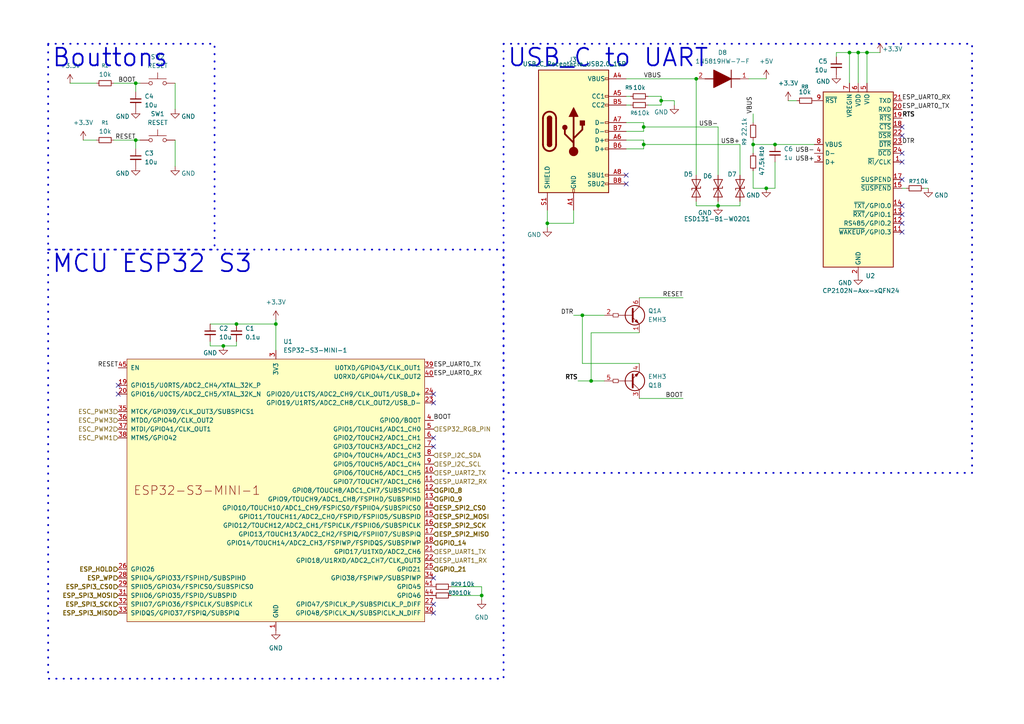
<source format=kicad_sch>
(kicad_sch
	(version 20250114)
	(generator "eeschema")
	(generator_version "9.0")
	(uuid "717c219d-2a05-4ec0-8ad3-a1c18fc1b412")
	(paper "A4")
	(lib_symbols
		(symbol "1N5819HW-7-F:1N5819HW-7-F"
			(pin_names
				(hide yes)
			)
			(exclude_from_sim no)
			(in_bom yes)
			(on_board yes)
			(property "Reference" "D"
				(at 11.43 5.08 0)
				(effects
					(font
						(size 1.27 1.27)
					)
					(justify left top)
				)
			)
			(property "Value" "1N5819HW-7-F"
				(at 11.43 2.54 0)
				(effects
					(font
						(size 1.27 1.27)
					)
					(justify left top)
				)
			)
			(property "Footprint" "SOD3716X145N"
				(at 11.43 -97.46 0)
				(effects
					(font
						(size 1.27 1.27)
					)
					(justify left top)
					(hide yes)
				)
			)
			(property "Datasheet" "https://www.diodes.com//assets/Datasheets/1N5819HW.pdf"
				(at 11.43 -197.46 0)
				(effects
					(font
						(size 1.27 1.27)
					)
					(justify left top)
					(hide yes)
				)
			)
			(property "Description" "Diode Schottky 1A 40V SOD123 Diodes Inc 1N5819HW-7-F, SMT Schottky Diode, 40V 1A, 2-Pin SOD-123"
				(at 0 0 0)
				(effects
					(font
						(size 1.27 1.27)
					)
					(hide yes)
				)
			)
			(property "Height" "1.45"
				(at 11.43 -397.46 0)
				(effects
					(font
						(size 1.27 1.27)
					)
					(justify left top)
					(hide yes)
				)
			)
			(property "Mouser Part Number" "621-1N5819HW-F"
				(at 11.43 -497.46 0)
				(effects
					(font
						(size 1.27 1.27)
					)
					(justify left top)
					(hide yes)
				)
			)
			(property "Mouser Price/Stock" "https://www.mouser.co.uk/ProductDetail/Diodes-Incorporated/1N5819HW-7-F?qs=NQ47qNm99eDyWTEd07miYA%3D%3D"
				(at 11.43 -597.46 0)
				(effects
					(font
						(size 1.27 1.27)
					)
					(justify left top)
					(hide yes)
				)
			)
			(property "Manufacturer_Name" "Diodes Incorporated"
				(at 11.43 -697.46 0)
				(effects
					(font
						(size 1.27 1.27)
					)
					(justify left top)
					(hide yes)
				)
			)
			(property "Manufacturer_Part_Number" "1N5819HW-7-F"
				(at 11.43 -797.46 0)
				(effects
					(font
						(size 1.27 1.27)
					)
					(justify left top)
					(hide yes)
				)
			)
			(symbol "1N5819HW-7-F_1_1"
				(polyline
					(pts
						(xy 2.54 0) (xy 5.08 0)
					)
					(stroke
						(width 0.254)
						(type default)
					)
					(fill
						(type none)
					)
				)
				(polyline
					(pts
						(xy 5.08 2.54) (xy 5.08 -2.54)
					)
					(stroke
						(width 0.254)
						(type default)
					)
					(fill
						(type none)
					)
				)
				(polyline
					(pts
						(xy 5.08 0) (xy 10.16 2.54) (xy 10.16 -2.54) (xy 5.08 0)
					)
					(stroke
						(width 0.254)
						(type default)
					)
					(fill
						(type outline)
					)
				)
				(polyline
					(pts
						(xy 10.16 0) (xy 12.7 0)
					)
					(stroke
						(width 0.254)
						(type default)
					)
					(fill
						(type none)
					)
				)
				(pin passive line
					(at 0 0 0)
					(length 2.54)
					(name "K"
						(effects
							(font
								(size 1.27 1.27)
							)
						)
					)
					(number "1"
						(effects
							(font
								(size 1.27 1.27)
							)
						)
					)
				)
				(pin passive line
					(at 15.24 0 180)
					(length 2.54)
					(name "A"
						(effects
							(font
								(size 1.27 1.27)
							)
						)
					)
					(number "2"
						(effects
							(font
								(size 1.27 1.27)
							)
						)
					)
				)
			)
			(embedded_fonts no)
		)
		(symbol "Connector:USB_C_Receptacle_USB2.0_16P"
			(pin_names
				(offset 1.016)
			)
			(exclude_from_sim no)
			(in_bom yes)
			(on_board yes)
			(property "Reference" "J"
				(at 0 22.225 0)
				(effects
					(font
						(size 1.27 1.27)
					)
				)
			)
			(property "Value" "USB_C_Receptacle_USB2.0_16P"
				(at 0 19.685 0)
				(effects
					(font
						(size 1.27 1.27)
					)
				)
			)
			(property "Footprint" ""
				(at 3.81 0 0)
				(effects
					(font
						(size 1.27 1.27)
					)
					(hide yes)
				)
			)
			(property "Datasheet" "https://www.usb.org/sites/default/files/documents/usb_type-c.zip"
				(at 3.81 0 0)
				(effects
					(font
						(size 1.27 1.27)
					)
					(hide yes)
				)
			)
			(property "Description" "USB 2.0-only 16P Type-C Receptacle connector"
				(at 0 0 0)
				(effects
					(font
						(size 1.27 1.27)
					)
					(hide yes)
				)
			)
			(property "ki_keywords" "usb universal serial bus type-C USB2.0"
				(at 0 0 0)
				(effects
					(font
						(size 1.27 1.27)
					)
					(hide yes)
				)
			)
			(property "ki_fp_filters" "USB*C*Receptacle*"
				(at 0 0 0)
				(effects
					(font
						(size 1.27 1.27)
					)
					(hide yes)
				)
			)
			(symbol "USB_C_Receptacle_USB2.0_16P_0_0"
				(rectangle
					(start -0.254 -17.78)
					(end 0.254 -16.764)
					(stroke
						(width 0)
						(type default)
					)
					(fill
						(type none)
					)
				)
				(rectangle
					(start 10.16 15.494)
					(end 9.144 14.986)
					(stroke
						(width 0)
						(type default)
					)
					(fill
						(type none)
					)
				)
				(rectangle
					(start 10.16 10.414)
					(end 9.144 9.906)
					(stroke
						(width 0)
						(type default)
					)
					(fill
						(type none)
					)
				)
				(rectangle
					(start 10.16 7.874)
					(end 9.144 7.366)
					(stroke
						(width 0)
						(type default)
					)
					(fill
						(type none)
					)
				)
				(rectangle
					(start 10.16 2.794)
					(end 9.144 2.286)
					(stroke
						(width 0)
						(type default)
					)
					(fill
						(type none)
					)
				)
				(rectangle
					(start 10.16 0.254)
					(end 9.144 -0.254)
					(stroke
						(width 0)
						(type default)
					)
					(fill
						(type none)
					)
				)
				(rectangle
					(start 10.16 -2.286)
					(end 9.144 -2.794)
					(stroke
						(width 0)
						(type default)
					)
					(fill
						(type none)
					)
				)
				(rectangle
					(start 10.16 -4.826)
					(end 9.144 -5.334)
					(stroke
						(width 0)
						(type default)
					)
					(fill
						(type none)
					)
				)
				(rectangle
					(start 10.16 -12.446)
					(end 9.144 -12.954)
					(stroke
						(width 0)
						(type default)
					)
					(fill
						(type none)
					)
				)
				(rectangle
					(start 10.16 -14.986)
					(end 9.144 -15.494)
					(stroke
						(width 0)
						(type default)
					)
					(fill
						(type none)
					)
				)
			)
			(symbol "USB_C_Receptacle_USB2.0_16P_0_1"
				(rectangle
					(start -10.16 17.78)
					(end 10.16 -17.78)
					(stroke
						(width 0.254)
						(type default)
					)
					(fill
						(type background)
					)
				)
				(polyline
					(pts
						(xy -8.89 -3.81) (xy -8.89 3.81)
					)
					(stroke
						(width 0.508)
						(type default)
					)
					(fill
						(type none)
					)
				)
				(rectangle
					(start -7.62 -3.81)
					(end -6.35 3.81)
					(stroke
						(width 0.254)
						(type default)
					)
					(fill
						(type outline)
					)
				)
				(arc
					(start -7.62 3.81)
					(mid -6.985 4.4423)
					(end -6.35 3.81)
					(stroke
						(width 0.254)
						(type default)
					)
					(fill
						(type none)
					)
				)
				(arc
					(start -7.62 3.81)
					(mid -6.985 4.4423)
					(end -6.35 3.81)
					(stroke
						(width 0.254)
						(type default)
					)
					(fill
						(type outline)
					)
				)
				(arc
					(start -8.89 3.81)
					(mid -6.985 5.7067)
					(end -5.08 3.81)
					(stroke
						(width 0.508)
						(type default)
					)
					(fill
						(type none)
					)
				)
				(arc
					(start -5.08 -3.81)
					(mid -6.985 -5.7067)
					(end -8.89 -3.81)
					(stroke
						(width 0.508)
						(type default)
					)
					(fill
						(type none)
					)
				)
				(arc
					(start -6.35 -3.81)
					(mid -6.985 -4.4423)
					(end -7.62 -3.81)
					(stroke
						(width 0.254)
						(type default)
					)
					(fill
						(type none)
					)
				)
				(arc
					(start -6.35 -3.81)
					(mid -6.985 -4.4423)
					(end -7.62 -3.81)
					(stroke
						(width 0.254)
						(type default)
					)
					(fill
						(type outline)
					)
				)
				(polyline
					(pts
						(xy -5.08 3.81) (xy -5.08 -3.81)
					)
					(stroke
						(width 0.508)
						(type default)
					)
					(fill
						(type none)
					)
				)
				(circle
					(center -2.54 1.143)
					(radius 0.635)
					(stroke
						(width 0.254)
						(type default)
					)
					(fill
						(type outline)
					)
				)
				(polyline
					(pts
						(xy -1.27 4.318) (xy 0 6.858) (xy 1.27 4.318) (xy -1.27 4.318)
					)
					(stroke
						(width 0.254)
						(type default)
					)
					(fill
						(type outline)
					)
				)
				(polyline
					(pts
						(xy 0 -2.032) (xy 2.54 0.508) (xy 2.54 1.778)
					)
					(stroke
						(width 0.508)
						(type default)
					)
					(fill
						(type none)
					)
				)
				(polyline
					(pts
						(xy 0 -3.302) (xy -2.54 -0.762) (xy -2.54 0.508)
					)
					(stroke
						(width 0.508)
						(type default)
					)
					(fill
						(type none)
					)
				)
				(polyline
					(pts
						(xy 0 -5.842) (xy 0 4.318)
					)
					(stroke
						(width 0.508)
						(type default)
					)
					(fill
						(type none)
					)
				)
				(circle
					(center 0 -5.842)
					(radius 1.27)
					(stroke
						(width 0)
						(type default)
					)
					(fill
						(type outline)
					)
				)
				(rectangle
					(start 1.905 1.778)
					(end 3.175 3.048)
					(stroke
						(width 0.254)
						(type default)
					)
					(fill
						(type outline)
					)
				)
			)
			(symbol "USB_C_Receptacle_USB2.0_16P_1_1"
				(pin passive line
					(at -7.62 -22.86 90)
					(length 5.08)
					(name "SHIELD"
						(effects
							(font
								(size 1.27 1.27)
							)
						)
					)
					(number "S1"
						(effects
							(font
								(size 1.27 1.27)
							)
						)
					)
				)
				(pin passive line
					(at 0 -22.86 90)
					(length 5.08)
					(name "GND"
						(effects
							(font
								(size 1.27 1.27)
							)
						)
					)
					(number "A1"
						(effects
							(font
								(size 1.27 1.27)
							)
						)
					)
				)
				(pin passive line
					(at 0 -22.86 90)
					(length 5.08)
					(hide yes)
					(name "GND"
						(effects
							(font
								(size 1.27 1.27)
							)
						)
					)
					(number "A12"
						(effects
							(font
								(size 1.27 1.27)
							)
						)
					)
				)
				(pin passive line
					(at 0 -22.86 90)
					(length 5.08)
					(hide yes)
					(name "GND"
						(effects
							(font
								(size 1.27 1.27)
							)
						)
					)
					(number "B1"
						(effects
							(font
								(size 1.27 1.27)
							)
						)
					)
				)
				(pin passive line
					(at 0 -22.86 90)
					(length 5.08)
					(hide yes)
					(name "GND"
						(effects
							(font
								(size 1.27 1.27)
							)
						)
					)
					(number "B12"
						(effects
							(font
								(size 1.27 1.27)
							)
						)
					)
				)
				(pin passive line
					(at 15.24 15.24 180)
					(length 5.08)
					(name "VBUS"
						(effects
							(font
								(size 1.27 1.27)
							)
						)
					)
					(number "A4"
						(effects
							(font
								(size 1.27 1.27)
							)
						)
					)
				)
				(pin passive line
					(at 15.24 15.24 180)
					(length 5.08)
					(hide yes)
					(name "VBUS"
						(effects
							(font
								(size 1.27 1.27)
							)
						)
					)
					(number "A9"
						(effects
							(font
								(size 1.27 1.27)
							)
						)
					)
				)
				(pin passive line
					(at 15.24 15.24 180)
					(length 5.08)
					(hide yes)
					(name "VBUS"
						(effects
							(font
								(size 1.27 1.27)
							)
						)
					)
					(number "B4"
						(effects
							(font
								(size 1.27 1.27)
							)
						)
					)
				)
				(pin passive line
					(at 15.24 15.24 180)
					(length 5.08)
					(hide yes)
					(name "VBUS"
						(effects
							(font
								(size 1.27 1.27)
							)
						)
					)
					(number "B9"
						(effects
							(font
								(size 1.27 1.27)
							)
						)
					)
				)
				(pin bidirectional line
					(at 15.24 10.16 180)
					(length 5.08)
					(name "CC1"
						(effects
							(font
								(size 1.27 1.27)
							)
						)
					)
					(number "A5"
						(effects
							(font
								(size 1.27 1.27)
							)
						)
					)
				)
				(pin bidirectional line
					(at 15.24 7.62 180)
					(length 5.08)
					(name "CC2"
						(effects
							(font
								(size 1.27 1.27)
							)
						)
					)
					(number "B5"
						(effects
							(font
								(size 1.27 1.27)
							)
						)
					)
				)
				(pin bidirectional line
					(at 15.24 2.54 180)
					(length 5.08)
					(name "D-"
						(effects
							(font
								(size 1.27 1.27)
							)
						)
					)
					(number "A7"
						(effects
							(font
								(size 1.27 1.27)
							)
						)
					)
				)
				(pin bidirectional line
					(at 15.24 0 180)
					(length 5.08)
					(name "D-"
						(effects
							(font
								(size 1.27 1.27)
							)
						)
					)
					(number "B7"
						(effects
							(font
								(size 1.27 1.27)
							)
						)
					)
				)
				(pin bidirectional line
					(at 15.24 -2.54 180)
					(length 5.08)
					(name "D+"
						(effects
							(font
								(size 1.27 1.27)
							)
						)
					)
					(number "A6"
						(effects
							(font
								(size 1.27 1.27)
							)
						)
					)
				)
				(pin bidirectional line
					(at 15.24 -5.08 180)
					(length 5.08)
					(name "D+"
						(effects
							(font
								(size 1.27 1.27)
							)
						)
					)
					(number "B6"
						(effects
							(font
								(size 1.27 1.27)
							)
						)
					)
				)
				(pin bidirectional line
					(at 15.24 -12.7 180)
					(length 5.08)
					(name "SBU1"
						(effects
							(font
								(size 1.27 1.27)
							)
						)
					)
					(number "A8"
						(effects
							(font
								(size 1.27 1.27)
							)
						)
					)
				)
				(pin bidirectional line
					(at 15.24 -15.24 180)
					(length 5.08)
					(name "SBU2"
						(effects
							(font
								(size 1.27 1.27)
							)
						)
					)
					(number "B8"
						(effects
							(font
								(size 1.27 1.27)
							)
						)
					)
				)
			)
			(embedded_fonts no)
		)
		(symbol "Device:C_Small"
			(pin_numbers
				(hide yes)
			)
			(pin_names
				(offset 0.254)
				(hide yes)
			)
			(exclude_from_sim no)
			(in_bom yes)
			(on_board yes)
			(property "Reference" "C"
				(at 0.254 1.778 0)
				(effects
					(font
						(size 1.27 1.27)
					)
					(justify left)
				)
			)
			(property "Value" "C_Small"
				(at 0.254 -2.032 0)
				(effects
					(font
						(size 1.27 1.27)
					)
					(justify left)
				)
			)
			(property "Footprint" ""
				(at 0 0 0)
				(effects
					(font
						(size 1.27 1.27)
					)
					(hide yes)
				)
			)
			(property "Datasheet" "~"
				(at 0 0 0)
				(effects
					(font
						(size 1.27 1.27)
					)
					(hide yes)
				)
			)
			(property "Description" "Unpolarized capacitor, small symbol"
				(at 0 0 0)
				(effects
					(font
						(size 1.27 1.27)
					)
					(hide yes)
				)
			)
			(property "ki_keywords" "capacitor cap"
				(at 0 0 0)
				(effects
					(font
						(size 1.27 1.27)
					)
					(hide yes)
				)
			)
			(property "ki_fp_filters" "C_*"
				(at 0 0 0)
				(effects
					(font
						(size 1.27 1.27)
					)
					(hide yes)
				)
			)
			(symbol "C_Small_0_1"
				(polyline
					(pts
						(xy -1.524 0.508) (xy 1.524 0.508)
					)
					(stroke
						(width 0.3048)
						(type default)
					)
					(fill
						(type none)
					)
				)
				(polyline
					(pts
						(xy -1.524 -0.508) (xy 1.524 -0.508)
					)
					(stroke
						(width 0.3302)
						(type default)
					)
					(fill
						(type none)
					)
				)
			)
			(symbol "C_Small_1_1"
				(pin passive line
					(at 0 2.54 270)
					(length 2.032)
					(name "~"
						(effects
							(font
								(size 1.27 1.27)
							)
						)
					)
					(number "1"
						(effects
							(font
								(size 1.27 1.27)
							)
						)
					)
				)
				(pin passive line
					(at 0 -2.54 90)
					(length 2.032)
					(name "~"
						(effects
							(font
								(size 1.27 1.27)
							)
						)
					)
					(number "2"
						(effects
							(font
								(size 1.27 1.27)
							)
						)
					)
				)
			)
			(embedded_fonts no)
		)
		(symbol "Device:R_Small"
			(pin_numbers
				(hide yes)
			)
			(pin_names
				(offset 0.254)
				(hide yes)
			)
			(exclude_from_sim no)
			(in_bom yes)
			(on_board yes)
			(property "Reference" "R"
				(at 0 0 90)
				(effects
					(font
						(size 1.016 1.016)
					)
				)
			)
			(property "Value" "R_Small"
				(at 1.778 0 90)
				(effects
					(font
						(size 1.27 1.27)
					)
				)
			)
			(property "Footprint" ""
				(at 0 0 0)
				(effects
					(font
						(size 1.27 1.27)
					)
					(hide yes)
				)
			)
			(property "Datasheet" "~"
				(at 0 0 0)
				(effects
					(font
						(size 1.27 1.27)
					)
					(hide yes)
				)
			)
			(property "Description" "Resistor, small symbol"
				(at 0 0 0)
				(effects
					(font
						(size 1.27 1.27)
					)
					(hide yes)
				)
			)
			(property "ki_keywords" "R resistor"
				(at 0 0 0)
				(effects
					(font
						(size 1.27 1.27)
					)
					(hide yes)
				)
			)
			(property "ki_fp_filters" "R_*"
				(at 0 0 0)
				(effects
					(font
						(size 1.27 1.27)
					)
					(hide yes)
				)
			)
			(symbol "R_Small_0_1"
				(rectangle
					(start -0.762 1.778)
					(end 0.762 -1.778)
					(stroke
						(width 0.2032)
						(type default)
					)
					(fill
						(type none)
					)
				)
			)
			(symbol "R_Small_1_1"
				(pin passive line
					(at 0 2.54 270)
					(length 0.762)
					(name "~"
						(effects
							(font
								(size 1.27 1.27)
							)
						)
					)
					(number "1"
						(effects
							(font
								(size 1.27 1.27)
							)
						)
					)
				)
				(pin passive line
					(at 0 -2.54 90)
					(length 0.762)
					(name "~"
						(effects
							(font
								(size 1.27 1.27)
							)
						)
					)
					(number "2"
						(effects
							(font
								(size 1.27 1.27)
							)
						)
					)
				)
			)
			(embedded_fonts no)
		)
		(symbol "Diode:ESD131-B1-W0201"
			(pin_numbers
				(hide yes)
			)
			(pin_names
				(offset 1.016)
				(hide yes)
			)
			(exclude_from_sim no)
			(in_bom yes)
			(on_board yes)
			(property "Reference" "D"
				(at 0 2.54 0)
				(effects
					(font
						(size 1.27 1.27)
					)
				)
			)
			(property "Value" "ESD131-B1-W0201"
				(at 0 -2.54 0)
				(effects
					(font
						(size 1.27 1.27)
					)
				)
			)
			(property "Footprint" "Diode_SMD:Infineon_SG-WLL-2-3_0.58x0.28_P0.36mm"
				(at 0 0 0)
				(effects
					(font
						(size 1.27 1.27)
					)
					(hide yes)
				)
			)
			(property "Datasheet" "https://www.infineon.com/dgdl/Infineon-ESD131-B1-W0201-DataSheet-v02_00-EN.pdf?fileId=5546d4625cc9456a015ce94850964889"
				(at 0 0 0)
				(effects
					(font
						(size 1.27 1.27)
					)
					(hide yes)
				)
			)
			(property "Description" "Bidirectional ESD protection diode, ±5.5Vrwm, 0.23pF, SG-WLL-2-3"
				(at 0 0 0)
				(effects
					(font
						(size 1.27 1.27)
					)
					(hide yes)
				)
			)
			(property "ki_keywords" "diode TVS ESD"
				(at 0 0 0)
				(effects
					(font
						(size 1.27 1.27)
					)
					(hide yes)
				)
			)
			(property "ki_fp_filters" "*SG?WLL?2?3*"
				(at 0 0 0)
				(effects
					(font
						(size 1.27 1.27)
					)
					(hide yes)
				)
			)
			(symbol "ESD131-B1-W0201_0_1"
				(polyline
					(pts
						(xy -2.54 -1.27) (xy 0 0) (xy -2.54 1.27) (xy -2.54 -1.27)
					)
					(stroke
						(width 0.2032)
						(type default)
					)
					(fill
						(type none)
					)
				)
				(polyline
					(pts
						(xy 0.508 1.27) (xy 0 1.27) (xy 0 -1.27) (xy -0.508 -1.27)
					)
					(stroke
						(width 0.2032)
						(type default)
					)
					(fill
						(type none)
					)
				)
				(polyline
					(pts
						(xy 1.27 0) (xy -1.27 0)
					)
					(stroke
						(width 0)
						(type default)
					)
					(fill
						(type none)
					)
				)
				(polyline
					(pts
						(xy 2.54 1.27) (xy 2.54 -1.27) (xy 0 0) (xy 2.54 1.27)
					)
					(stroke
						(width 0.2032)
						(type default)
					)
					(fill
						(type none)
					)
				)
			)
			(symbol "ESD131-B1-W0201_1_1"
				(pin passive line
					(at -3.81 0 0)
					(length 2.54)
					(name "A1"
						(effects
							(font
								(size 1.27 1.27)
							)
						)
					)
					(number "1"
						(effects
							(font
								(size 1.27 1.27)
							)
						)
					)
				)
				(pin passive line
					(at 3.81 0 180)
					(length 2.54)
					(name "A2"
						(effects
							(font
								(size 1.27 1.27)
							)
						)
					)
					(number "2"
						(effects
							(font
								(size 1.27 1.27)
							)
						)
					)
				)
			)
			(embedded_fonts no)
		)
		(symbol "Interface_USB:CP2102N-Axx-xQFN24"
			(exclude_from_sim no)
			(in_bom yes)
			(on_board yes)
			(property "Reference" "U"
				(at -8.89 26.67 0)
				(effects
					(font
						(size 1.27 1.27)
					)
				)
			)
			(property "Value" "CP2102N-Axx-xQFN24"
				(at 13.97 26.67 0)
				(effects
					(font
						(size 1.27 1.27)
					)
				)
			)
			(property "Footprint" "Package_DFN_QFN:QFN-24-1EP_4x4mm_P0.5mm_EP2.6x2.6mm"
				(at 31.75 -26.67 0)
				(effects
					(font
						(size 1.27 1.27)
					)
					(hide yes)
				)
			)
			(property "Datasheet" "https://www.silabs.com/documents/public/data-sheets/cp2102n-datasheet.pdf"
				(at 1.27 -19.05 0)
				(effects
					(font
						(size 1.27 1.27)
					)
					(hide yes)
				)
			)
			(property "Description" "USB to UART master bridge, QFN-24"
				(at 0 0 0)
				(effects
					(font
						(size 1.27 1.27)
					)
					(hide yes)
				)
			)
			(property "ki_keywords" "USB UART bridge"
				(at 0 0 0)
				(effects
					(font
						(size 1.27 1.27)
					)
					(hide yes)
				)
			)
			(property "ki_fp_filters" "QFN*4x4mm*P0.5mm*"
				(at 0 0 0)
				(effects
					(font
						(size 1.27 1.27)
					)
					(hide yes)
				)
			)
			(symbol "CP2102N-Axx-xQFN24_0_1"
				(rectangle
					(start -10.16 25.4)
					(end 10.16 -25.4)
					(stroke
						(width 0.254)
						(type default)
					)
					(fill
						(type background)
					)
				)
			)
			(symbol "CP2102N-Axx-xQFN24_1_1"
				(pin input line
					(at -12.7 22.86 0)
					(length 2.54)
					(name "~{RST}"
						(effects
							(font
								(size 1.27 1.27)
							)
						)
					)
					(number "9"
						(effects
							(font
								(size 1.27 1.27)
							)
						)
					)
				)
				(pin input line
					(at -12.7 10.16 0)
					(length 2.54)
					(name "VBUS"
						(effects
							(font
								(size 1.27 1.27)
							)
						)
					)
					(number "8"
						(effects
							(font
								(size 1.27 1.27)
							)
						)
					)
				)
				(pin bidirectional line
					(at -12.7 7.62 0)
					(length 2.54)
					(name "D-"
						(effects
							(font
								(size 1.27 1.27)
							)
						)
					)
					(number "4"
						(effects
							(font
								(size 1.27 1.27)
							)
						)
					)
				)
				(pin bidirectional line
					(at -12.7 5.08 0)
					(length 2.54)
					(name "D+"
						(effects
							(font
								(size 1.27 1.27)
							)
						)
					)
					(number "3"
						(effects
							(font
								(size 1.27 1.27)
							)
						)
					)
				)
				(pin no_connect line
					(at -10.16 -22.86 0)
					(length 2.54)
					(hide yes)
					(name "NC"
						(effects
							(font
								(size 1.27 1.27)
							)
						)
					)
					(number "10"
						(effects
							(font
								(size 1.27 1.27)
							)
						)
					)
				)
				(pin power_in line
					(at -2.54 27.94 270)
					(length 2.54)
					(name "VREGIN"
						(effects
							(font
								(size 1.27 1.27)
							)
						)
					)
					(number "7"
						(effects
							(font
								(size 1.27 1.27)
							)
						)
					)
				)
				(pin power_in line
					(at 0 27.94 270)
					(length 2.54)
					(name "VDD"
						(effects
							(font
								(size 1.27 1.27)
							)
						)
					)
					(number "6"
						(effects
							(font
								(size 1.27 1.27)
							)
						)
					)
				)
				(pin power_in line
					(at 0 -27.94 90)
					(length 2.54)
					(name "GND"
						(effects
							(font
								(size 1.27 1.27)
							)
						)
					)
					(number "2"
						(effects
							(font
								(size 1.27 1.27)
							)
						)
					)
				)
				(pin passive line
					(at 0 -27.94 90)
					(length 2.54)
					(hide yes)
					(name "GND"
						(effects
							(font
								(size 1.27 1.27)
							)
						)
					)
					(number "25"
						(effects
							(font
								(size 1.27 1.27)
							)
						)
					)
				)
				(pin power_in line
					(at 2.54 27.94 270)
					(length 2.54)
					(name "VIO"
						(effects
							(font
								(size 1.27 1.27)
							)
						)
					)
					(number "5"
						(effects
							(font
								(size 1.27 1.27)
							)
						)
					)
				)
				(pin no_connect line
					(at 10.16 -22.86 180)
					(length 2.54)
					(hide yes)
					(name "NC"
						(effects
							(font
								(size 1.27 1.27)
							)
						)
					)
					(number "16"
						(effects
							(font
								(size 1.27 1.27)
							)
						)
					)
				)
				(pin output line
					(at 12.7 22.86 180)
					(length 2.54)
					(name "TXD"
						(effects
							(font
								(size 1.27 1.27)
							)
						)
					)
					(number "21"
						(effects
							(font
								(size 1.27 1.27)
							)
						)
					)
				)
				(pin input line
					(at 12.7 20.32 180)
					(length 2.54)
					(name "RXD"
						(effects
							(font
								(size 1.27 1.27)
							)
						)
					)
					(number "20"
						(effects
							(font
								(size 1.27 1.27)
							)
						)
					)
				)
				(pin output line
					(at 12.7 17.78 180)
					(length 2.54)
					(name "~{RTS}"
						(effects
							(font
								(size 1.27 1.27)
							)
						)
					)
					(number "19"
						(effects
							(font
								(size 1.27 1.27)
							)
						)
					)
				)
				(pin input line
					(at 12.7 15.24 180)
					(length 2.54)
					(name "~{CTS}"
						(effects
							(font
								(size 1.27 1.27)
							)
						)
					)
					(number "18"
						(effects
							(font
								(size 1.27 1.27)
							)
						)
					)
				)
				(pin input line
					(at 12.7 12.7 180)
					(length 2.54)
					(name "~{DSR}"
						(effects
							(font
								(size 1.27 1.27)
							)
						)
					)
					(number "22"
						(effects
							(font
								(size 1.27 1.27)
							)
						)
					)
				)
				(pin output line
					(at 12.7 10.16 180)
					(length 2.54)
					(name "~{DTR}"
						(effects
							(font
								(size 1.27 1.27)
							)
						)
					)
					(number "23"
						(effects
							(font
								(size 1.27 1.27)
							)
						)
					)
				)
				(pin input line
					(at 12.7 7.62 180)
					(length 2.54)
					(name "~{DCD}"
						(effects
							(font
								(size 1.27 1.27)
							)
						)
					)
					(number "24"
						(effects
							(font
								(size 1.27 1.27)
							)
						)
					)
				)
				(pin bidirectional line
					(at 12.7 5.08 180)
					(length 2.54)
					(name "~{RI}/CLK"
						(effects
							(font
								(size 1.27 1.27)
							)
						)
					)
					(number "1"
						(effects
							(font
								(size 1.27 1.27)
							)
						)
					)
				)
				(pin output line
					(at 12.7 0 180)
					(length 2.54)
					(name "SUSPEND"
						(effects
							(font
								(size 1.27 1.27)
							)
						)
					)
					(number "17"
						(effects
							(font
								(size 1.27 1.27)
							)
						)
					)
				)
				(pin output line
					(at 12.7 -2.54 180)
					(length 2.54)
					(name "~{SUSPEND}"
						(effects
							(font
								(size 1.27 1.27)
							)
						)
					)
					(number "15"
						(effects
							(font
								(size 1.27 1.27)
							)
						)
					)
				)
				(pin bidirectional line
					(at 12.7 -7.62 180)
					(length 2.54)
					(name "~{TXT}/GPIO.0"
						(effects
							(font
								(size 1.27 1.27)
							)
						)
					)
					(number "14"
						(effects
							(font
								(size 1.27 1.27)
							)
						)
					)
				)
				(pin bidirectional line
					(at 12.7 -10.16 180)
					(length 2.54)
					(name "~{RXT}/GPIO.1"
						(effects
							(font
								(size 1.27 1.27)
							)
						)
					)
					(number "13"
						(effects
							(font
								(size 1.27 1.27)
							)
						)
					)
				)
				(pin bidirectional line
					(at 12.7 -12.7 180)
					(length 2.54)
					(name "RS485/GPIO.2"
						(effects
							(font
								(size 1.27 1.27)
							)
						)
					)
					(number "12"
						(effects
							(font
								(size 1.27 1.27)
							)
						)
					)
				)
				(pin bidirectional line
					(at 12.7 -15.24 180)
					(length 2.54)
					(name "~{WAKEUP}/GPIO.3"
						(effects
							(font
								(size 1.27 1.27)
							)
						)
					)
					(number "11"
						(effects
							(font
								(size 1.27 1.27)
							)
						)
					)
				)
			)
			(embedded_fonts no)
		)
		(symbol "PCM_Espressif:ESP32-S3-MINI-1"
			(pin_names
				(offset 1.016)
			)
			(exclude_from_sim no)
			(in_bom yes)
			(on_board yes)
			(property "Reference" "U"
				(at -43.18 43.18 0)
				(effects
					(font
						(size 1.27 1.27)
					)
					(justify left)
				)
			)
			(property "Value" "ESP32-S3-MINI-1"
				(at -43.18 40.64 0)
				(effects
					(font
						(size 1.27 1.27)
					)
					(justify left)
				)
			)
			(property "Footprint" "PCM_Espressif:ESP32-S3-MINI-1"
				(at 0 -55.88 0)
				(effects
					(font
						(size 1.27 1.27)
					)
					(hide yes)
				)
			)
			(property "Datasheet" "https://www.espressif.com/sites/default/files/documentation/esp32-s3-mini-1_mini-1u_datasheet_en.pdf"
				(at 0 -58.42 0)
				(effects
					(font
						(size 1.27 1.27)
					)
					(hide yes)
				)
			)
			(property "Description" "Smallsized module supporting 2.4 GHz WiFi (802.11 b/g/n) and Bluetooth ® 5 (LE) Built around ESP32S3 series of SoCs, Xtensa ® dualcore 32bit LX7 microprocessor Flash up to 8 MB, optional 2 MB PSRAM in chip package 39 GPIOs, rich set of peripherals Onboard PCB antenna or external antenna connector"
				(at 0 0 0)
				(effects
					(font
						(size 1.27 1.27)
					)
					(hide yes)
				)
			)
			(symbol "ESP32-S3-MINI-1_0_0"
				(text "ESP32-S3-MINI-1"
					(at -22.86 0 0)
					(effects
						(font
							(size 2.54 2.54)
						)
					)
				)
				(pin input line
					(at -45.72 35.56 0)
					(length 2.54)
					(name "EN"
						(effects
							(font
								(size 1.27 1.27)
							)
						)
					)
					(number "45"
						(effects
							(font
								(size 1.27 1.27)
							)
						)
					)
				)
				(pin bidirectional line
					(at -45.72 30.48 0)
					(length 2.54)
					(name "GPIO15/U0RTS/ADC2_CH4/XTAL_32K_P"
						(effects
							(font
								(size 1.27 1.27)
							)
						)
					)
					(number "19"
						(effects
							(font
								(size 1.27 1.27)
							)
						)
					)
				)
				(pin bidirectional line
					(at -45.72 27.94 0)
					(length 2.54)
					(name "GPIO16/U0CTS/ADC2_CH5/XTAL_32K_N"
						(effects
							(font
								(size 1.27 1.27)
							)
						)
					)
					(number "20"
						(effects
							(font
								(size 1.27 1.27)
							)
						)
					)
				)
				(pin bidirectional line
					(at -45.72 22.86 0)
					(length 2.54)
					(name "MTCK/GPIO39/CLK_OUT3/SUBSPICS1"
						(effects
							(font
								(size 1.27 1.27)
							)
						)
					)
					(number "35"
						(effects
							(font
								(size 1.27 1.27)
							)
						)
					)
				)
				(pin bidirectional line
					(at -45.72 20.32 0)
					(length 2.54)
					(name "MTDO/GPIO40/CLK_OUT2"
						(effects
							(font
								(size 1.27 1.27)
							)
						)
					)
					(number "36"
						(effects
							(font
								(size 1.27 1.27)
							)
						)
					)
				)
				(pin bidirectional line
					(at -45.72 17.78 0)
					(length 2.54)
					(name "MTDI/GPIO41/CLK_OUT1"
						(effects
							(font
								(size 1.27 1.27)
							)
						)
					)
					(number "37"
						(effects
							(font
								(size 1.27 1.27)
							)
						)
					)
				)
				(pin bidirectional line
					(at -45.72 15.24 0)
					(length 2.54)
					(name "MTMS/GPIO42"
						(effects
							(font
								(size 1.27 1.27)
							)
						)
					)
					(number "38"
						(effects
							(font
								(size 1.27 1.27)
							)
						)
					)
				)
				(pin bidirectional line
					(at -45.72 -22.86 0)
					(length 2.54)
					(name "GPIO26"
						(effects
							(font
								(size 1.27 1.27)
							)
						)
					)
					(number "26"
						(effects
							(font
								(size 1.27 1.27)
							)
						)
					)
				)
				(pin bidirectional line
					(at -45.72 -25.4 0)
					(length 2.54)
					(name "SPIIO4/GPIO33/FSPIHD/SUBSPIHD"
						(effects
							(font
								(size 1.27 1.27)
							)
						)
					)
					(number "28"
						(effects
							(font
								(size 1.27 1.27)
							)
						)
					)
				)
				(pin bidirectional line
					(at -45.72 -27.94 0)
					(length 2.54)
					(name "SPIIO5/GPIO34/FSPICS0/SUBSPICS0"
						(effects
							(font
								(size 1.27 1.27)
							)
						)
					)
					(number "29"
						(effects
							(font
								(size 1.27 1.27)
							)
						)
					)
				)
				(pin bidirectional line
					(at -45.72 -30.48 0)
					(length 2.54)
					(name "SPIIO6/GPIO35/FSPID/SUBSPID"
						(effects
							(font
								(size 1.27 1.27)
							)
						)
					)
					(number "31"
						(effects
							(font
								(size 1.27 1.27)
							)
						)
					)
				)
				(pin bidirectional line
					(at -45.72 -33.02 0)
					(length 2.54)
					(name "SPIIO7/GPIO36/FSPICLK/SUBSPICLK"
						(effects
							(font
								(size 1.27 1.27)
							)
						)
					)
					(number "32"
						(effects
							(font
								(size 1.27 1.27)
							)
						)
					)
				)
				(pin bidirectional line
					(at -45.72 -35.56 0)
					(length 2.54)
					(name "SPIDQS/GPIO37/FSPIQ/SUBSPIQ"
						(effects
							(font
								(size 1.27 1.27)
							)
						)
					)
					(number "33"
						(effects
							(font
								(size 1.27 1.27)
							)
						)
					)
				)
				(pin power_in line
					(at 0 40.64 270)
					(length 2.54)
					(name "3V3"
						(effects
							(font
								(size 1.27 1.27)
							)
						)
					)
					(number "3"
						(effects
							(font
								(size 1.27 1.27)
							)
						)
					)
				)
				(pin power_in line
					(at 0 -40.64 90)
					(length 2.54)
					(name "GND"
						(effects
							(font
								(size 1.27 1.27)
							)
						)
					)
					(number "1"
						(effects
							(font
								(size 1.27 1.27)
							)
						)
					)
				)
				(pin passive line
					(at 0 -40.64 90)
					(length 2.54)
					(hide yes)
					(name "GND"
						(effects
							(font
								(size 1.27 1.27)
							)
						)
					)
					(number "2"
						(effects
							(font
								(size 1.27 1.27)
							)
						)
					)
				)
				(pin passive line
					(at 0 -40.64 90)
					(length 2.54)
					(hide yes)
					(name "GND"
						(effects
							(font
								(size 1.27 1.27)
							)
						)
					)
					(number "42"
						(effects
							(font
								(size 1.27 1.27)
							)
						)
					)
				)
				(pin passive line
					(at 0 -40.64 90)
					(length 2.54)
					(hide yes)
					(name "GND"
						(effects
							(font
								(size 1.27 1.27)
							)
						)
					)
					(number "43"
						(effects
							(font
								(size 1.27 1.27)
							)
						)
					)
				)
				(pin passive line
					(at 0 -40.64 90)
					(length 2.54)
					(hide yes)
					(name "GND"
						(effects
							(font
								(size 1.27 1.27)
							)
						)
					)
					(number "46"
						(effects
							(font
								(size 1.27 1.27)
							)
						)
					)
				)
				(pin passive line
					(at 0 -40.64 90)
					(length 2.54)
					(hide yes)
					(name "GND"
						(effects
							(font
								(size 1.27 1.27)
							)
						)
					)
					(number "47"
						(effects
							(font
								(size 1.27 1.27)
							)
						)
					)
				)
				(pin passive line
					(at 0 -40.64 90)
					(length 2.54)
					(hide yes)
					(name "GND"
						(effects
							(font
								(size 1.27 1.27)
							)
						)
					)
					(number "48"
						(effects
							(font
								(size 1.27 1.27)
							)
						)
					)
				)
				(pin passive line
					(at 0 -40.64 90)
					(length 2.54)
					(hide yes)
					(name "GND"
						(effects
							(font
								(size 1.27 1.27)
							)
						)
					)
					(number "49"
						(effects
							(font
								(size 1.27 1.27)
							)
						)
					)
				)
				(pin passive line
					(at 0 -40.64 90)
					(length 2.54)
					(hide yes)
					(name "GND"
						(effects
							(font
								(size 1.27 1.27)
							)
						)
					)
					(number "50"
						(effects
							(font
								(size 1.27 1.27)
							)
						)
					)
				)
				(pin passive line
					(at 0 -40.64 90)
					(length 2.54)
					(hide yes)
					(name "GND"
						(effects
							(font
								(size 1.27 1.27)
							)
						)
					)
					(number "51"
						(effects
							(font
								(size 1.27 1.27)
							)
						)
					)
				)
				(pin passive line
					(at 0 -40.64 90)
					(length 2.54)
					(hide yes)
					(name "GND"
						(effects
							(font
								(size 1.27 1.27)
							)
						)
					)
					(number "52"
						(effects
							(font
								(size 1.27 1.27)
							)
						)
					)
				)
				(pin passive line
					(at 0 -40.64 90)
					(length 2.54)
					(hide yes)
					(name "GND"
						(effects
							(font
								(size 1.27 1.27)
							)
						)
					)
					(number "53"
						(effects
							(font
								(size 1.27 1.27)
							)
						)
					)
				)
				(pin passive line
					(at 0 -40.64 90)
					(length 2.54)
					(hide yes)
					(name "GND"
						(effects
							(font
								(size 1.27 1.27)
							)
						)
					)
					(number "54"
						(effects
							(font
								(size 1.27 1.27)
							)
						)
					)
				)
				(pin passive line
					(at 0 -40.64 90)
					(length 2.54)
					(hide yes)
					(name "GND"
						(effects
							(font
								(size 1.27 1.27)
							)
						)
					)
					(number "55"
						(effects
							(font
								(size 1.27 1.27)
							)
						)
					)
				)
				(pin passive line
					(at 0 -40.64 90)
					(length 2.54)
					(hide yes)
					(name "GND"
						(effects
							(font
								(size 1.27 1.27)
							)
						)
					)
					(number "56"
						(effects
							(font
								(size 1.27 1.27)
							)
						)
					)
				)
				(pin passive line
					(at 0 -40.64 90)
					(length 2.54)
					(hide yes)
					(name "GND"
						(effects
							(font
								(size 1.27 1.27)
							)
						)
					)
					(number "57"
						(effects
							(font
								(size 1.27 1.27)
							)
						)
					)
				)
				(pin passive line
					(at 0 -40.64 90)
					(length 2.54)
					(hide yes)
					(name "GND"
						(effects
							(font
								(size 1.27 1.27)
							)
						)
					)
					(number "58"
						(effects
							(font
								(size 1.27 1.27)
							)
						)
					)
				)
				(pin passive line
					(at 0 -40.64 90)
					(length 2.54)
					(hide yes)
					(name "GND"
						(effects
							(font
								(size 1.27 1.27)
							)
						)
					)
					(number "59"
						(effects
							(font
								(size 1.27 1.27)
							)
						)
					)
				)
				(pin passive line
					(at 0 -40.64 90)
					(length 2.54)
					(hide yes)
					(name "GND"
						(effects
							(font
								(size 1.27 1.27)
							)
						)
					)
					(number "60"
						(effects
							(font
								(size 1.27 1.27)
							)
						)
					)
				)
				(pin passive line
					(at 0 -40.64 90)
					(length 2.54)
					(hide yes)
					(name "GND"
						(effects
							(font
								(size 1.27 1.27)
							)
						)
					)
					(number "61"
						(effects
							(font
								(size 1.27 1.27)
							)
						)
					)
				)
				(pin passive line
					(at 0 -40.64 90)
					(length 2.54)
					(hide yes)
					(name "GND"
						(effects
							(font
								(size 1.27 1.27)
							)
						)
					)
					(number "62"
						(effects
							(font
								(size 1.27 1.27)
							)
						)
					)
				)
				(pin passive line
					(at 0 -40.64 90)
					(length 2.54)
					(hide yes)
					(name "GND"
						(effects
							(font
								(size 1.27 1.27)
							)
						)
					)
					(number "63"
						(effects
							(font
								(size 1.27 1.27)
							)
						)
					)
				)
				(pin passive line
					(at 0 -40.64 90)
					(length 2.54)
					(hide yes)
					(name "GND"
						(effects
							(font
								(size 1.27 1.27)
							)
						)
					)
					(number "64"
						(effects
							(font
								(size 1.27 1.27)
							)
						)
					)
				)
				(pin passive line
					(at 0 -40.64 90)
					(length 2.54)
					(hide yes)
					(name "GND"
						(effects
							(font
								(size 1.27 1.27)
							)
						)
					)
					(number "65"
						(effects
							(font
								(size 1.27 1.27)
							)
						)
					)
				)
				(pin bidirectional line
					(at 45.72 35.56 180)
					(length 2.54)
					(name "U0TXD/GPIO43/CLK_OUT1"
						(effects
							(font
								(size 1.27 1.27)
							)
						)
					)
					(number "39"
						(effects
							(font
								(size 1.27 1.27)
							)
						)
					)
				)
				(pin bidirectional line
					(at 45.72 33.02 180)
					(length 2.54)
					(name "U0RXD/GPIO44/CLK_OUT2"
						(effects
							(font
								(size 1.27 1.27)
							)
						)
					)
					(number "40"
						(effects
							(font
								(size 1.27 1.27)
							)
						)
					)
				)
				(pin bidirectional line
					(at 45.72 27.94 180)
					(length 2.54)
					(name "GPIO20/U1CTS/ADC2_CH9/CLK_OUT1/USB_D+"
						(effects
							(font
								(size 1.27 1.27)
							)
						)
					)
					(number "24"
						(effects
							(font
								(size 1.27 1.27)
							)
						)
					)
				)
				(pin bidirectional line
					(at 45.72 25.4 180)
					(length 2.54)
					(name "GPIO19/U1RTS/ADC2_CH8/CLK_OUT2/USB_D-"
						(effects
							(font
								(size 1.27 1.27)
							)
						)
					)
					(number "23"
						(effects
							(font
								(size 1.27 1.27)
							)
						)
					)
				)
				(pin bidirectional line
					(at 45.72 20.32 180)
					(length 2.54)
					(name "GPIO0/BOOT"
						(effects
							(font
								(size 1.27 1.27)
							)
						)
					)
					(number "4"
						(effects
							(font
								(size 1.27 1.27)
							)
						)
					)
				)
				(pin bidirectional line
					(at 45.72 17.78 180)
					(length 2.54)
					(name "GPIO1/TOUCH1/ADC1_CH0"
						(effects
							(font
								(size 1.27 1.27)
							)
						)
					)
					(number "5"
						(effects
							(font
								(size 1.27 1.27)
							)
						)
					)
				)
				(pin bidirectional line
					(at 45.72 15.24 180)
					(length 2.54)
					(name "GPIO2/TOUCH2/ADC1_CH1"
						(effects
							(font
								(size 1.27 1.27)
							)
						)
					)
					(number "6"
						(effects
							(font
								(size 1.27 1.27)
							)
						)
					)
				)
				(pin bidirectional line
					(at 45.72 12.7 180)
					(length 2.54)
					(name "GPIO3/TOUCH3/ADC1_CH2"
						(effects
							(font
								(size 1.27 1.27)
							)
						)
					)
					(number "7"
						(effects
							(font
								(size 1.27 1.27)
							)
						)
					)
				)
				(pin bidirectional line
					(at 45.72 10.16 180)
					(length 2.54)
					(name "GPIO4/TOUCH4/ADC1_CH3"
						(effects
							(font
								(size 1.27 1.27)
							)
						)
					)
					(number "8"
						(effects
							(font
								(size 1.27 1.27)
							)
						)
					)
				)
				(pin bidirectional line
					(at 45.72 7.62 180)
					(length 2.54)
					(name "GPIO5/TOUCH5/ADC1_CH4"
						(effects
							(font
								(size 1.27 1.27)
							)
						)
					)
					(number "9"
						(effects
							(font
								(size 1.27 1.27)
							)
						)
					)
				)
				(pin bidirectional line
					(at 45.72 5.08 180)
					(length 2.54)
					(name "GPIO6/TOUCH6/ADC1_CH5"
						(effects
							(font
								(size 1.27 1.27)
							)
						)
					)
					(number "10"
						(effects
							(font
								(size 1.27 1.27)
							)
						)
					)
				)
				(pin bidirectional line
					(at 45.72 2.54 180)
					(length 2.54)
					(name "GPIO7/TOUCH7/ADC1_CH6"
						(effects
							(font
								(size 1.27 1.27)
							)
						)
					)
					(number "11"
						(effects
							(font
								(size 1.27 1.27)
							)
						)
					)
				)
				(pin bidirectional line
					(at 45.72 0 180)
					(length 2.54)
					(name "GPIO8/TOUCH8/ADC1_CH7/SUBSPICS1"
						(effects
							(font
								(size 1.27 1.27)
							)
						)
					)
					(number "12"
						(effects
							(font
								(size 1.27 1.27)
							)
						)
					)
				)
				(pin bidirectional line
					(at 45.72 -2.54 180)
					(length 2.54)
					(name "GPIO9/TOUCH9/ADC1_CH8/FSPIHD/SUBSPIHD"
						(effects
							(font
								(size 1.27 1.27)
							)
						)
					)
					(number "13"
						(effects
							(font
								(size 1.27 1.27)
							)
						)
					)
				)
				(pin bidirectional line
					(at 45.72 -5.08 180)
					(length 2.54)
					(name "GPIO10/TOUCH10/ADC1_CH9/FSPICS0/FSPIIO4/SUBSPICS0"
						(effects
							(font
								(size 1.27 1.27)
							)
						)
					)
					(number "14"
						(effects
							(font
								(size 1.27 1.27)
							)
						)
					)
				)
				(pin bidirectional line
					(at 45.72 -7.62 180)
					(length 2.54)
					(name "GPIO11/TOUCH11/ADC2_CH0/FSPID/FSPIIO5/SUBSPID"
						(effects
							(font
								(size 1.27 1.27)
							)
						)
					)
					(number "15"
						(effects
							(font
								(size 1.27 1.27)
							)
						)
					)
				)
				(pin bidirectional line
					(at 45.72 -10.16 180)
					(length 2.54)
					(name "GPIO12/TOUCH12/ADC2_CH1/FSPICLK/FSPIIO6/SUBSPICLK"
						(effects
							(font
								(size 1.27 1.27)
							)
						)
					)
					(number "16"
						(effects
							(font
								(size 1.27 1.27)
							)
						)
					)
				)
				(pin bidirectional line
					(at 45.72 -12.7 180)
					(length 2.54)
					(name "GPIO13/TOUCH13/ADC2_CH2/FSPIQ/FSPIIO7/SUBSPIQ"
						(effects
							(font
								(size 1.27 1.27)
							)
						)
					)
					(number "17"
						(effects
							(font
								(size 1.27 1.27)
							)
						)
					)
				)
				(pin bidirectional line
					(at 45.72 -15.24 180)
					(length 2.54)
					(name "GPIO14/TOUCH14/ADC2_CH3/FSPIWP/FSPIDQS/SUBSPIWP"
						(effects
							(font
								(size 1.27 1.27)
							)
						)
					)
					(number "18"
						(effects
							(font
								(size 1.27 1.27)
							)
						)
					)
				)
				(pin bidirectional line
					(at 45.72 -17.78 180)
					(length 2.54)
					(name "GPIO17/U1TXD/ADC2_CH6"
						(effects
							(font
								(size 1.27 1.27)
							)
						)
					)
					(number "21"
						(effects
							(font
								(size 1.27 1.27)
							)
						)
					)
				)
				(pin bidirectional line
					(at 45.72 -20.32 180)
					(length 2.54)
					(name "GPIO18/U1RXD/ADC2_CH7/CLK_OUT3"
						(effects
							(font
								(size 1.27 1.27)
							)
						)
					)
					(number "22"
						(effects
							(font
								(size 1.27 1.27)
							)
						)
					)
				)
				(pin bidirectional line
					(at 45.72 -22.86 180)
					(length 2.54)
					(name "GPIO21"
						(effects
							(font
								(size 1.27 1.27)
							)
						)
					)
					(number "25"
						(effects
							(font
								(size 1.27 1.27)
							)
						)
					)
				)
				(pin bidirectional line
					(at 45.72 -25.4 180)
					(length 2.54)
					(name "GPIO38/FSPIWP/SUBSPIWP"
						(effects
							(font
								(size 1.27 1.27)
							)
						)
					)
					(number "34"
						(effects
							(font
								(size 1.27 1.27)
							)
						)
					)
				)
				(pin bidirectional line
					(at 45.72 -27.94 180)
					(length 2.54)
					(name "GPIO45"
						(effects
							(font
								(size 1.27 1.27)
							)
						)
					)
					(number "41"
						(effects
							(font
								(size 1.27 1.27)
							)
						)
					)
				)
				(pin bidirectional line
					(at 45.72 -30.48 180)
					(length 2.54)
					(name "GPIO46"
						(effects
							(font
								(size 1.27 1.27)
							)
						)
					)
					(number "44"
						(effects
							(font
								(size 1.27 1.27)
							)
						)
					)
				)
				(pin bidirectional line
					(at 45.72 -33.02 180)
					(length 2.54)
					(name "GPIO47/SPICLK_P/SUBSPICLK_P_DIFF"
						(effects
							(font
								(size 1.27 1.27)
							)
						)
					)
					(number "27"
						(effects
							(font
								(size 1.27 1.27)
							)
						)
					)
				)
				(pin bidirectional line
					(at 45.72 -35.56 180)
					(length 2.54)
					(name "GPIO48/SPICLK_N/SUBSPICLK_N_DIFF"
						(effects
							(font
								(size 1.27 1.27)
							)
						)
					)
					(number "30"
						(effects
							(font
								(size 1.27 1.27)
							)
						)
					)
				)
			)
			(symbol "ESP32-S3-MINI-1_0_1"
				(rectangle
					(start -43.18 38.1)
					(end 43.18 -38.1)
					(stroke
						(width 0)
						(type default)
					)
					(fill
						(type background)
					)
				)
			)
			(embedded_fonts no)
		)
		(symbol "Switch:SW_Push"
			(pin_numbers
				(hide yes)
			)
			(pin_names
				(offset 1.016)
				(hide yes)
			)
			(exclude_from_sim no)
			(in_bom yes)
			(on_board yes)
			(property "Reference" "SW"
				(at 1.27 2.54 0)
				(effects
					(font
						(size 1.27 1.27)
					)
					(justify left)
				)
			)
			(property "Value" "SW_Push"
				(at 0 -1.524 0)
				(effects
					(font
						(size 1.27 1.27)
					)
				)
			)
			(property "Footprint" ""
				(at 0 5.08 0)
				(effects
					(font
						(size 1.27 1.27)
					)
					(hide yes)
				)
			)
			(property "Datasheet" "~"
				(at 0 5.08 0)
				(effects
					(font
						(size 1.27 1.27)
					)
					(hide yes)
				)
			)
			(property "Description" "Push button switch, generic, two pins"
				(at 0 0 0)
				(effects
					(font
						(size 1.27 1.27)
					)
					(hide yes)
				)
			)
			(property "ki_keywords" "switch normally-open pushbutton push-button"
				(at 0 0 0)
				(effects
					(font
						(size 1.27 1.27)
					)
					(hide yes)
				)
			)
			(symbol "SW_Push_0_1"
				(circle
					(center -2.032 0)
					(radius 0.508)
					(stroke
						(width 0)
						(type default)
					)
					(fill
						(type none)
					)
				)
				(polyline
					(pts
						(xy 0 1.27) (xy 0 3.048)
					)
					(stroke
						(width 0)
						(type default)
					)
					(fill
						(type none)
					)
				)
				(circle
					(center 2.032 0)
					(radius 0.508)
					(stroke
						(width 0)
						(type default)
					)
					(fill
						(type none)
					)
				)
				(polyline
					(pts
						(xy 2.54 1.27) (xy -2.54 1.27)
					)
					(stroke
						(width 0)
						(type default)
					)
					(fill
						(type none)
					)
				)
				(pin passive line
					(at -5.08 0 0)
					(length 2.54)
					(name "1"
						(effects
							(font
								(size 1.27 1.27)
							)
						)
					)
					(number "1"
						(effects
							(font
								(size 1.27 1.27)
							)
						)
					)
				)
				(pin passive line
					(at 5.08 0 180)
					(length 2.54)
					(name "2"
						(effects
							(font
								(size 1.27 1.27)
							)
						)
					)
					(number "2"
						(effects
							(font
								(size 1.27 1.27)
							)
						)
					)
				)
			)
			(embedded_fonts no)
		)
		(symbol "Transistor_BJT:EMH3"
			(pin_names
				(hide yes)
			)
			(exclude_from_sim no)
			(in_bom yes)
			(on_board yes)
			(property "Reference" "Q"
				(at 7.62 1.27 0)
				(effects
					(font
						(size 1.27 1.27)
					)
					(justify left)
				)
			)
			(property "Value" "EMH3"
				(at 7.62 -1.27 0)
				(effects
					(font
						(size 1.27 1.27)
					)
					(justify left)
				)
			)
			(property "Footprint" "Package_TO_SOT_SMD:SOT-563"
				(at 0.127 -11.176 0)
				(effects
					(font
						(size 1.27 1.27)
					)
					(hide yes)
				)
			)
			(property "Datasheet" "http://rohmfs.rohm.com/en/products/databook/datasheet/discrete/transistor/digital/emh3t2r-e.pdf"
				(at 3.81 0 0)
				(effects
					(font
						(size 1.27 1.27)
					)
					(hide yes)
				)
			)
			(property "Description" "0.1A Ic, 50V Vce, Dual NPN Input Resistor Transistors, SOT-563"
				(at 0 0 0)
				(effects
					(font
						(size 1.27 1.27)
					)
					(hide yes)
				)
			)
			(property "ki_keywords" "Dual NPN Transistor"
				(at 0 0 0)
				(effects
					(font
						(size 1.27 1.27)
					)
					(hide yes)
				)
			)
			(property "ki_fp_filters" "SOT?563*"
				(at 0 0 0)
				(effects
					(font
						(size 1.27 1.27)
					)
					(hide yes)
				)
			)
			(symbol "EMH3_0_1"
				(rectangle
					(start -6.35 0.508)
					(end -4.826 -0.508)
					(stroke
						(width 0)
						(type default)
					)
					(fill
						(type none)
					)
				)
				(polyline
					(pts
						(xy -0.762 0) (xy -4.826 0)
					)
					(stroke
						(width 0)
						(type default)
					)
					(fill
						(type none)
					)
				)
				(polyline
					(pts
						(xy -0.635 1.905) (xy -0.635 -1.905)
					)
					(stroke
						(width 0.508)
						(type default)
					)
					(fill
						(type none)
					)
				)
				(polyline
					(pts
						(xy -0.635 0.635) (xy 1.27 2.54)
					)
					(stroke
						(width 0)
						(type default)
					)
					(fill
						(type none)
					)
				)
				(polyline
					(pts
						(xy -0.635 -0.635) (xy 1.27 -2.54)
					)
					(stroke
						(width 0)
						(type default)
					)
					(fill
						(type none)
					)
				)
				(polyline
					(pts
						(xy 0 -1.778) (xy 0.508 -1.27) (xy 1.016 -2.286) (xy 0 -1.778)
					)
					(stroke
						(width 0)
						(type default)
					)
					(fill
						(type outline)
					)
				)
			)
			(symbol "EMH3_1_1"
				(circle
					(center 0 0)
					(radius 2.8194)
					(stroke
						(width 0.254)
						(type default)
					)
					(fill
						(type none)
					)
				)
				(pin input line
					(at -8.89 0 0)
					(length 2.54)
					(name "B1"
						(effects
							(font
								(size 1.27 1.27)
							)
						)
					)
					(number "2"
						(effects
							(font
								(size 1.27 1.27)
							)
						)
					)
				)
				(pin passive line
					(at 1.27 5.08 270)
					(length 2.54)
					(name "C1"
						(effects
							(font
								(size 1.27 1.27)
							)
						)
					)
					(number "6"
						(effects
							(font
								(size 1.27 1.27)
							)
						)
					)
				)
				(pin passive line
					(at 1.27 -5.08 90)
					(length 2.54)
					(name "E1"
						(effects
							(font
								(size 1.27 1.27)
							)
						)
					)
					(number "1"
						(effects
							(font
								(size 1.27 1.27)
							)
						)
					)
				)
			)
			(symbol "EMH3_2_1"
				(circle
					(center 0 0)
					(radius 2.8194)
					(stroke
						(width 0.254)
						(type default)
					)
					(fill
						(type none)
					)
				)
				(pin input line
					(at -8.89 0 0)
					(length 2.54)
					(name "B2"
						(effects
							(font
								(size 1.27 1.27)
							)
						)
					)
					(number "5"
						(effects
							(font
								(size 1.27 1.27)
							)
						)
					)
				)
				(pin passive line
					(at 1.27 5.08 270)
					(length 2.54)
					(name "C2"
						(effects
							(font
								(size 1.27 1.27)
							)
						)
					)
					(number "3"
						(effects
							(font
								(size 1.27 1.27)
							)
						)
					)
				)
				(pin passive line
					(at 1.27 -5.08 90)
					(length 2.54)
					(name "E2"
						(effects
							(font
								(size 1.27 1.27)
							)
						)
					)
					(number "4"
						(effects
							(font
								(size 1.27 1.27)
							)
						)
					)
				)
			)
			(embedded_fonts no)
		)
		(symbol "power:+3.3V"
			(power)
			(pin_numbers
				(hide yes)
			)
			(pin_names
				(offset 0)
				(hide yes)
			)
			(exclude_from_sim no)
			(in_bom yes)
			(on_board yes)
			(property "Reference" "#PWR"
				(at 0 -3.81 0)
				(effects
					(font
						(size 1.27 1.27)
					)
					(hide yes)
				)
			)
			(property "Value" "+3.3V"
				(at 0 3.556 0)
				(effects
					(font
						(size 1.27 1.27)
					)
				)
			)
			(property "Footprint" ""
				(at 0 0 0)
				(effects
					(font
						(size 1.27 1.27)
					)
					(hide yes)
				)
			)
			(property "Datasheet" ""
				(at 0 0 0)
				(effects
					(font
						(size 1.27 1.27)
					)
					(hide yes)
				)
			)
			(property "Description" "Power symbol creates a global label with name \"+3.3V\""
				(at 0 0 0)
				(effects
					(font
						(size 1.27 1.27)
					)
					(hide yes)
				)
			)
			(property "ki_keywords" "global power"
				(at 0 0 0)
				(effects
					(font
						(size 1.27 1.27)
					)
					(hide yes)
				)
			)
			(symbol "+3.3V_0_1"
				(polyline
					(pts
						(xy -0.762 1.27) (xy 0 2.54)
					)
					(stroke
						(width 0)
						(type default)
					)
					(fill
						(type none)
					)
				)
				(polyline
					(pts
						(xy 0 2.54) (xy 0.762 1.27)
					)
					(stroke
						(width 0)
						(type default)
					)
					(fill
						(type none)
					)
				)
				(polyline
					(pts
						(xy 0 0) (xy 0 2.54)
					)
					(stroke
						(width 0)
						(type default)
					)
					(fill
						(type none)
					)
				)
			)
			(symbol "+3.3V_1_1"
				(pin power_in line
					(at 0 0 90)
					(length 0)
					(name "~"
						(effects
							(font
								(size 1.27 1.27)
							)
						)
					)
					(number "1"
						(effects
							(font
								(size 1.27 1.27)
							)
						)
					)
				)
			)
			(embedded_fonts no)
		)
		(symbol "power:+5V"
			(power)
			(pin_numbers
				(hide yes)
			)
			(pin_names
				(offset 0)
				(hide yes)
			)
			(exclude_from_sim no)
			(in_bom yes)
			(on_board yes)
			(property "Reference" "#PWR"
				(at 0 -3.81 0)
				(effects
					(font
						(size 1.27 1.27)
					)
					(hide yes)
				)
			)
			(property "Value" "+5V"
				(at 0 3.556 0)
				(effects
					(font
						(size 1.27 1.27)
					)
				)
			)
			(property "Footprint" ""
				(at 0 0 0)
				(effects
					(font
						(size 1.27 1.27)
					)
					(hide yes)
				)
			)
			(property "Datasheet" ""
				(at 0 0 0)
				(effects
					(font
						(size 1.27 1.27)
					)
					(hide yes)
				)
			)
			(property "Description" "Power symbol creates a global label with name \"+5V\""
				(at 0 0 0)
				(effects
					(font
						(size 1.27 1.27)
					)
					(hide yes)
				)
			)
			(property "ki_keywords" "global power"
				(at 0 0 0)
				(effects
					(font
						(size 1.27 1.27)
					)
					(hide yes)
				)
			)
			(symbol "+5V_0_1"
				(polyline
					(pts
						(xy -0.762 1.27) (xy 0 2.54)
					)
					(stroke
						(width 0)
						(type default)
					)
					(fill
						(type none)
					)
				)
				(polyline
					(pts
						(xy 0 2.54) (xy 0.762 1.27)
					)
					(stroke
						(width 0)
						(type default)
					)
					(fill
						(type none)
					)
				)
				(polyline
					(pts
						(xy 0 0) (xy 0 2.54)
					)
					(stroke
						(width 0)
						(type default)
					)
					(fill
						(type none)
					)
				)
			)
			(symbol "+5V_1_1"
				(pin power_in line
					(at 0 0 90)
					(length 0)
					(name "~"
						(effects
							(font
								(size 1.27 1.27)
							)
						)
					)
					(number "1"
						(effects
							(font
								(size 1.27 1.27)
							)
						)
					)
				)
			)
			(embedded_fonts no)
		)
		(symbol "power:GND"
			(power)
			(pin_numbers
				(hide yes)
			)
			(pin_names
				(offset 0)
				(hide yes)
			)
			(exclude_from_sim no)
			(in_bom yes)
			(on_board yes)
			(property "Reference" "#PWR"
				(at 0 -6.35 0)
				(effects
					(font
						(size 1.27 1.27)
					)
					(hide yes)
				)
			)
			(property "Value" "GND"
				(at 0 -3.81 0)
				(effects
					(font
						(size 1.27 1.27)
					)
				)
			)
			(property "Footprint" ""
				(at 0 0 0)
				(effects
					(font
						(size 1.27 1.27)
					)
					(hide yes)
				)
			)
			(property "Datasheet" ""
				(at 0 0 0)
				(effects
					(font
						(size 1.27 1.27)
					)
					(hide yes)
				)
			)
			(property "Description" "Power symbol creates a global label with name \"GND\" , ground"
				(at 0 0 0)
				(effects
					(font
						(size 1.27 1.27)
					)
					(hide yes)
				)
			)
			(property "ki_keywords" "global power"
				(at 0 0 0)
				(effects
					(font
						(size 1.27 1.27)
					)
					(hide yes)
				)
			)
			(symbol "GND_0_1"
				(polyline
					(pts
						(xy 0 0) (xy 0 -1.27) (xy 1.27 -1.27) (xy 0 -2.54) (xy -1.27 -1.27) (xy 0 -1.27)
					)
					(stroke
						(width 0)
						(type default)
					)
					(fill
						(type none)
					)
				)
			)
			(symbol "GND_1_1"
				(pin power_in line
					(at 0 0 270)
					(length 0)
					(name "~"
						(effects
							(font
								(size 1.27 1.27)
							)
						)
					)
					(number "1"
						(effects
							(font
								(size 1.27 1.27)
							)
						)
					)
				)
			)
			(embedded_fonts no)
		)
	)
	(text_box "USB_C to UART"
		(exclude_from_sim no)
		(at 146.05 12.7 0)
		(size 135.89 124.46)
		(margins 0.9525 0.9525 0.9525 0.9525)
		(stroke
			(width 0.508)
			(type dot)
		)
		(fill
			(type none)
		)
		(effects
			(font
				(size 5.08 5.08)
				(thickness 0.508)
				(bold yes)
			)
			(justify left top)
		)
		(uuid "30d8bf19-7f3b-4c06-b311-7c7fa7c7d9bb")
	)
	(text_box "Bouttons"
		(exclude_from_sim no)
		(at 13.97 12.7 0)
		(size 48.26 59.69)
		(margins 0.9525 0.9525 0.9525 0.9525)
		(stroke
			(width 0.508)
			(type dot)
		)
		(fill
			(type none)
		)
		(effects
			(font
				(size 5.08 5.08)
				(thickness 0.508)
				(bold yes)
			)
			(justify left top)
		)
		(uuid "7975ebb3-2d9b-4a69-98cc-699b61f72562")
	)
	(text_box "MCU ESP32 S3"
		(exclude_from_sim no)
		(at 13.97 72.39 0)
		(size 132.08 124.46)
		(margins 0.9525 0.9525 0.9525 0.9525)
		(stroke
			(width 0.508)
			(type dot)
		)
		(fill
			(type none)
		)
		(effects
			(font
				(size 5.08 5.08)
				(thickness 0.508)
				(bold yes)
			)
			(justify left top)
		)
		(uuid "83c43cdc-8eef-4448-99dd-67136823fd9d")
	)
	(junction
		(at 201.93 22.86)
		(diameter 0)
		(color 0 0 0 0)
		(uuid "139a5ca7-1400-4b5a-91ea-5f20cb29e179")
	)
	(junction
		(at 39.37 24.13)
		(diameter 0)
		(color 0 0 0 0)
		(uuid "22e6623c-1492-4a1c-b3c5-d9406a553537")
	)
	(junction
		(at 64.77 100.33)
		(diameter 0)
		(color 0 0 0 0)
		(uuid "2787c8db-b03f-4ea2-af3a-477a74af82cd")
	)
	(junction
		(at 224.79 41.91)
		(diameter 0)
		(color 0 0 0 0)
		(uuid "2b01c752-536d-457c-9c18-aaa0a4846b31")
	)
	(junction
		(at 191.77 29.21)
		(diameter 0)
		(color 0 0 0 0)
		(uuid "3b152969-08d1-483a-b68f-654b3f563c81")
	)
	(junction
		(at 251.46 15.24)
		(diameter 0)
		(color 0 0 0 0)
		(uuid "4a9ae74b-d091-462d-adbe-a87ef7941523")
	)
	(junction
		(at 68.58 93.98)
		(diameter 0)
		(color 0 0 0 0)
		(uuid "57f40f3f-781f-4b08-9261-9130e67f94eb")
	)
	(junction
		(at 168.91 91.44)
		(diameter 0)
		(color 0 0 0 0)
		(uuid "5cbfe56b-178f-4eb0-8c07-832e991afc70")
	)
	(junction
		(at 139.7 172.72)
		(diameter 0)
		(color 0 0 0 0)
		(uuid "7ea6e4f9-a96f-4eb6-a23c-2b215a489526")
	)
	(junction
		(at 39.37 40.64)
		(diameter 0)
		(color 0 0 0 0)
		(uuid "83a131d1-1faf-438d-abc0-d7423087bd0c")
	)
	(junction
		(at 186.69 41.91)
		(diameter 0)
		(color 0 0 0 0)
		(uuid "89bc41be-2112-4dcf-8c75-f2acba34e2d9")
	)
	(junction
		(at 218.44 41.91)
		(diameter 0)
		(color 0 0 0 0)
		(uuid "8b4ba1fb-7673-4d50-8e63-5edcaafabc61")
	)
	(junction
		(at 171.45 110.49)
		(diameter 0)
		(color 0 0 0 0)
		(uuid "95d5a7d5-ae00-4de7-b933-7c291e1d4a6a")
	)
	(junction
		(at 80.01 93.98)
		(diameter 0)
		(color 0 0 0 0)
		(uuid "9de2b989-a1c1-47db-911d-573224f84f9d")
	)
	(junction
		(at 208.28 59.69)
		(diameter 0)
		(color 0 0 0 0)
		(uuid "b09193e6-184e-4086-b62b-a8f2d2b1553a")
	)
	(junction
		(at 222.25 54.61)
		(diameter 0)
		(color 0 0 0 0)
		(uuid "b1122eba-a29b-4318-aacf-a4d96cbad4a2")
	)
	(junction
		(at 246.38 15.24)
		(diameter 0)
		(color 0 0 0 0)
		(uuid "b70e2a66-814f-411a-bcbe-77df765b62ee")
	)
	(junction
		(at 248.92 15.24)
		(diameter 0)
		(color 0 0 0 0)
		(uuid "c9ad5342-8d10-4ac0-b645-94ecacfcaf58")
	)
	(junction
		(at 186.69 36.83)
		(diameter 0)
		(color 0 0 0 0)
		(uuid "e1a6f7c6-8180-4f72-a0a3-3ffa292caa27")
	)
	(junction
		(at 158.75 64.77)
		(diameter 0)
		(color 0 0 0 0)
		(uuid "f7b04514-1dac-4c97-8a28-5ab0f75155a4")
	)
	(no_connect
		(at 125.73 129.54)
		(uuid "088af587-df68-412c-a151-374827dbb9df")
	)
	(no_connect
		(at 125.73 127)
		(uuid "0c302529-59a6-42f5-a274-ad9b3b3d93b6")
	)
	(no_connect
		(at 261.62 46.99)
		(uuid "1de24adc-e0b9-426d-90ee-414e2d6e1891")
	)
	(no_connect
		(at 125.73 175.26)
		(uuid "3c8b785e-825e-47d2-b553-a0edda0635dd")
	)
	(no_connect
		(at 181.61 50.8)
		(uuid "48b88a3e-aa59-4c22-ab23-52cb021807df")
	)
	(no_connect
		(at 34.29 114.3)
		(uuid "4c198c8f-c35b-4f24-88bd-18353c39a427")
	)
	(no_connect
		(at 261.62 44.45)
		(uuid "59956070-54b3-467a-bc47-ab4fe64f8c05")
	)
	(no_connect
		(at 125.73 167.64)
		(uuid "6961d836-f017-46b5-a2a7-0a21a8f67f34")
	)
	(no_connect
		(at 261.62 52.07)
		(uuid "6c370ede-94ca-4b15-b368-a1b1f37eb578")
	)
	(no_connect
		(at 261.62 62.23)
		(uuid "75a37641-62a6-4ad4-9409-4b98deb4c592")
	)
	(no_connect
		(at 261.62 67.31)
		(uuid "916c75f6-bc96-4da9-8c27-d6d5f0591906")
	)
	(no_connect
		(at 125.73 114.3)
		(uuid "98519bd6-6c10-47df-93f1-e63a73c5fe8c")
	)
	(no_connect
		(at 261.62 39.37)
		(uuid "a28337fd-1669-496f-99b5-310f70254f60")
	)
	(no_connect
		(at 261.62 59.69)
		(uuid "a5ad4b19-7458-4f9a-8256-38d30447de28")
	)
	(no_connect
		(at 34.29 111.76)
		(uuid "b1786717-1794-444e-9a53-cdf0eada4c44")
	)
	(no_connect
		(at 125.73 177.8)
		(uuid "c504a059-caff-40b2-9b3e-d5c354012652")
	)
	(no_connect
		(at 261.62 64.77)
		(uuid "c516eb47-dd81-45bb-abc2-a967d299d90d")
	)
	(no_connect
		(at 125.73 116.84)
		(uuid "c5ea9228-b2a3-4b95-8af6-9ea0c571eb28")
	)
	(no_connect
		(at 181.61 53.34)
		(uuid "cebb71cc-a323-4c00-a70b-f3316dd188c0")
	)
	(no_connect
		(at 261.62 36.83)
		(uuid "ea6c44fe-a8e4-474e-9331-6ebfa9fbebaa")
	)
	(wire
		(pts
			(xy 186.69 38.1) (xy 186.69 36.83)
		)
		(stroke
			(width 0)
			(type default)
		)
		(uuid "0377e5c0-83dc-417e-bae7-d87090dbdd64")
	)
	(wire
		(pts
			(xy 218.44 40.64) (xy 218.44 41.91)
		)
		(stroke
			(width 0)
			(type default)
		)
		(uuid "07faa8af-3c8d-4806-be1c-a47cf15df944")
	)
	(wire
		(pts
			(xy 171.45 110.49) (xy 175.26 110.49)
		)
		(stroke
			(width 0)
			(type default)
		)
		(uuid "0d07e59b-b303-490f-a2c8-3c70da3489f3")
	)
	(wire
		(pts
			(xy 195.58 29.21) (xy 191.77 29.21)
		)
		(stroke
			(width 0)
			(type default)
		)
		(uuid "0d0a6869-e3dd-49c9-90bf-c2b068b731c6")
	)
	(wire
		(pts
			(xy 246.38 24.13) (xy 246.38 15.24)
		)
		(stroke
			(width 0)
			(type default)
		)
		(uuid "0deae839-d285-4aa8-8ce9-4001fea44ffc")
	)
	(wire
		(pts
			(xy 185.42 96.52) (xy 171.45 96.52)
		)
		(stroke
			(width 0)
			(type default)
		)
		(uuid "12423132-2828-479f-ab82-87c4e890bedc")
	)
	(wire
		(pts
			(xy 167.64 110.49) (xy 171.45 110.49)
		)
		(stroke
			(width 0)
			(type default)
		)
		(uuid "17447020-5bca-4746-a9c6-eb648df0cc2b")
	)
	(wire
		(pts
			(xy 208.28 50.8) (xy 208.28 36.83)
		)
		(stroke
			(width 0)
			(type default)
		)
		(uuid "176427d7-3457-4ddb-bbf6-092c0ea4c9f6")
	)
	(wire
		(pts
			(xy 251.46 24.13) (xy 251.46 15.24)
		)
		(stroke
			(width 0)
			(type default)
		)
		(uuid "17ad3d19-c0a3-47fa-8beb-de05985b6995")
	)
	(wire
		(pts
			(xy 158.75 64.77) (xy 158.75 66.04)
		)
		(stroke
			(width 0)
			(type default)
		)
		(uuid "19195198-6953-43a3-9bb9-2c5fc3cdfbe2")
	)
	(wire
		(pts
			(xy 261.62 54.61) (xy 262.89 54.61)
		)
		(stroke
			(width 0)
			(type default)
		)
		(uuid "1b4e5b7d-eef4-43e1-b070-323bdb211747")
	)
	(wire
		(pts
			(xy 218.44 54.61) (xy 222.25 54.61)
		)
		(stroke
			(width 0)
			(type default)
		)
		(uuid "23444bd9-55d3-4de7-921e-e57063d49fc7")
	)
	(wire
		(pts
			(xy 248.92 24.13) (xy 248.92 15.24)
		)
		(stroke
			(width 0)
			(type default)
		)
		(uuid "24ef8f73-1ddd-4e24-812e-43430e6b2a7f")
	)
	(wire
		(pts
			(xy 186.69 41.91) (xy 186.69 43.18)
		)
		(stroke
			(width 0)
			(type default)
		)
		(uuid "24fc0a2e-7cca-4b51-a234-ade64c45ffc9")
	)
	(wire
		(pts
			(xy 214.63 59.69) (xy 214.63 58.42)
		)
		(stroke
			(width 0)
			(type default)
		)
		(uuid "268b4108-d670-4afe-a2f9-4c68e5a19d99")
	)
	(wire
		(pts
			(xy 214.63 41.91) (xy 186.69 41.91)
		)
		(stroke
			(width 0)
			(type default)
		)
		(uuid "2768673f-7550-4af2-8718-8742af051d02")
	)
	(wire
		(pts
			(xy 218.44 49.53) (xy 218.44 54.61)
		)
		(stroke
			(width 0)
			(type default)
		)
		(uuid "28888355-2321-44f0-a798-b6f593333417")
	)
	(wire
		(pts
			(xy 201.93 58.42) (xy 201.93 59.69)
		)
		(stroke
			(width 0)
			(type default)
		)
		(uuid "29921689-d820-4543-82e4-14d6c9bad5e5")
	)
	(wire
		(pts
			(xy 80.01 93.98) (xy 80.01 101.6)
		)
		(stroke
			(width 0)
			(type default)
		)
		(uuid "2abfd5ae-ab11-4c0a-bd67-c7d4b4ce1b92")
	)
	(wire
		(pts
			(xy 64.77 100.33) (xy 68.58 100.33)
		)
		(stroke
			(width 0)
			(type default)
		)
		(uuid "2d2f4b74-d5f8-49ee-bea2-5e17d1baab7d")
	)
	(wire
		(pts
			(xy 186.69 36.83) (xy 186.69 35.56)
		)
		(stroke
			(width 0)
			(type default)
		)
		(uuid "3664d3ab-4bd4-449f-9baf-2a983217d9df")
	)
	(wire
		(pts
			(xy 166.37 64.77) (xy 158.75 64.77)
		)
		(stroke
			(width 0)
			(type default)
		)
		(uuid "3d360ac1-bd51-441d-a1ea-9c437f5e10b6")
	)
	(wire
		(pts
			(xy 130.81 172.72) (xy 139.7 172.72)
		)
		(stroke
			(width 0)
			(type default)
		)
		(uuid "3f03476b-72b1-4d2f-a141-eea9d216dd28")
	)
	(wire
		(pts
			(xy 208.28 36.83) (xy 186.69 36.83)
		)
		(stroke
			(width 0)
			(type default)
		)
		(uuid "468ad196-67a3-42e6-919d-a5158cf6d815")
	)
	(wire
		(pts
			(xy 39.37 40.64) (xy 40.64 40.64)
		)
		(stroke
			(width 0)
			(type default)
		)
		(uuid "47944273-0f59-4143-8cd8-0d6d19b2ba8a")
	)
	(wire
		(pts
			(xy 187.96 30.48) (xy 191.77 30.48)
		)
		(stroke
			(width 0)
			(type default)
		)
		(uuid "4e57bc1e-124a-4f33-9f68-4d150d73e8b0")
	)
	(wire
		(pts
			(xy 24.13 40.64) (xy 27.94 40.64)
		)
		(stroke
			(width 0)
			(type default)
		)
		(uuid "53a18440-518e-49cc-aa93-a5e05d787922")
	)
	(wire
		(pts
			(xy 201.93 50.8) (xy 201.93 22.86)
		)
		(stroke
			(width 0)
			(type default)
		)
		(uuid "57ada3a4-825a-4c4e-a5a8-7624f71d0eb1")
	)
	(wire
		(pts
			(xy 60.96 93.98) (xy 68.58 93.98)
		)
		(stroke
			(width 0)
			(type default)
		)
		(uuid "57c3038f-8358-42c0-be50-8b053c160de0")
	)
	(wire
		(pts
			(xy 181.61 22.86) (xy 201.93 22.86)
		)
		(stroke
			(width 0)
			(type default)
		)
		(uuid "62e0f953-2cd0-4792-954f-cf9db41582aa")
	)
	(wire
		(pts
			(xy 39.37 24.13) (xy 40.64 24.13)
		)
		(stroke
			(width 0)
			(type default)
		)
		(uuid "63f4a823-1162-4b55-8244-7b9603f230d5")
	)
	(wire
		(pts
			(xy 181.61 27.94) (xy 182.88 27.94)
		)
		(stroke
			(width 0)
			(type default)
		)
		(uuid "655595ec-cdfd-4d13-bc63-9e5885bd4f9c")
	)
	(wire
		(pts
			(xy 224.79 54.61) (xy 222.25 54.61)
		)
		(stroke
			(width 0)
			(type default)
		)
		(uuid "71850ff5-463c-42cd-8889-12ac3b1d662f")
	)
	(wire
		(pts
			(xy 39.37 24.13) (xy 39.37 26.67)
		)
		(stroke
			(width 0)
			(type default)
		)
		(uuid "73401995-698e-4173-8667-0c6d9374ecf1")
	)
	(wire
		(pts
			(xy 185.42 105.41) (xy 168.91 105.41)
		)
		(stroke
			(width 0)
			(type default)
		)
		(uuid "740dfdbb-1cdf-47ba-aa4e-6946d0c7ac3b")
	)
	(wire
		(pts
			(xy 168.91 91.44) (xy 175.26 91.44)
		)
		(stroke
			(width 0)
			(type default)
		)
		(uuid "754e8699-a1d1-4859-b90f-0b56af1dbcc0")
	)
	(wire
		(pts
			(xy 60.96 99.06) (xy 60.96 100.33)
		)
		(stroke
			(width 0)
			(type default)
		)
		(uuid "75886bdf-6dd8-482c-b315-509bf6a6d3d6")
	)
	(wire
		(pts
			(xy 185.42 115.57) (xy 198.12 115.57)
		)
		(stroke
			(width 0)
			(type default)
		)
		(uuid "76d826ca-2f43-4ebf-b9e2-b68a3a978855")
	)
	(wire
		(pts
			(xy 242.57 15.24) (xy 242.57 16.51)
		)
		(stroke
			(width 0)
			(type default)
		)
		(uuid "79cbb68e-ea29-4e94-bf56-d2f174de9aa0")
	)
	(wire
		(pts
			(xy 267.97 54.61) (xy 269.24 54.61)
		)
		(stroke
			(width 0)
			(type default)
		)
		(uuid "7c7c5e43-6ce9-4efd-9565-549280156099")
	)
	(wire
		(pts
			(xy 191.77 29.21) (xy 191.77 30.48)
		)
		(stroke
			(width 0)
			(type default)
		)
		(uuid "7cd9fd33-fab3-46cf-b7d0-ed7a3324a079")
	)
	(wire
		(pts
			(xy 248.92 15.24) (xy 251.46 15.24)
		)
		(stroke
			(width 0)
			(type default)
		)
		(uuid "82abcf1b-76d0-4ce8-a2b0-519209f102ba")
	)
	(wire
		(pts
			(xy 255.27 15.24) (xy 251.46 15.24)
		)
		(stroke
			(width 0)
			(type default)
		)
		(uuid "86dc36f6-7dae-4acd-9e71-f2a242ca2d77")
	)
	(wire
		(pts
			(xy 80.01 92.71) (xy 80.01 93.98)
		)
		(stroke
			(width 0)
			(type default)
		)
		(uuid "890e4144-1686-4651-8917-008fe7a4a70a")
	)
	(wire
		(pts
			(xy 185.42 86.36) (xy 198.12 86.36)
		)
		(stroke
			(width 0)
			(type default)
		)
		(uuid "8af1ad13-fadf-4af1-9761-fc02270b2833")
	)
	(wire
		(pts
			(xy 224.79 46.99) (xy 224.79 54.61)
		)
		(stroke
			(width 0)
			(type default)
		)
		(uuid "8ba7ec32-b711-406a-bbd6-66ac8cff9406")
	)
	(wire
		(pts
			(xy 208.28 58.42) (xy 208.28 59.69)
		)
		(stroke
			(width 0)
			(type default)
		)
		(uuid "8cc260d5-9f2d-4e44-a50e-03f5c9f9ac9e")
	)
	(wire
		(pts
			(xy 68.58 100.33) (xy 68.58 99.06)
		)
		(stroke
			(width 0)
			(type default)
		)
		(uuid "935d2d4a-4ffc-422e-af42-aa529caa688c")
	)
	(wire
		(pts
			(xy 224.79 41.91) (xy 236.22 41.91)
		)
		(stroke
			(width 0)
			(type default)
		)
		(uuid "9963defb-6865-4b19-b46a-78d4a8f6eec3")
	)
	(wire
		(pts
			(xy 218.44 41.91) (xy 224.79 41.91)
		)
		(stroke
			(width 0)
			(type default)
		)
		(uuid "9a52136a-9520-4e94-bf7a-97260cc8ab12")
	)
	(wire
		(pts
			(xy 33.02 24.13) (xy 39.37 24.13)
		)
		(stroke
			(width 0)
			(type default)
		)
		(uuid "a28b3db6-686a-420f-8af3-9acb479cabc1")
	)
	(wire
		(pts
			(xy 139.7 172.72) (xy 139.7 173.99)
		)
		(stroke
			(width 0)
			(type default)
		)
		(uuid "a7f9cd25-67c0-4978-94e4-37818e8e453e")
	)
	(wire
		(pts
			(xy 168.91 105.41) (xy 168.91 91.44)
		)
		(stroke
			(width 0)
			(type default)
		)
		(uuid "ab5396b8-1871-4ff2-8a5b-a6dab80a4972")
	)
	(wire
		(pts
			(xy 186.69 40.64) (xy 186.69 41.91)
		)
		(stroke
			(width 0)
			(type default)
		)
		(uuid "ad1cf7ca-afed-4df5-8d9a-5002ab2e1f23")
	)
	(wire
		(pts
			(xy 130.81 170.18) (xy 139.7 170.18)
		)
		(stroke
			(width 0)
			(type default)
		)
		(uuid "b21fff3d-8cf2-478a-9e04-df24492f9b45")
	)
	(wire
		(pts
			(xy 20.32 24.13) (xy 27.94 24.13)
		)
		(stroke
			(width 0)
			(type default)
		)
		(uuid "b42bbba1-822c-4db6-bbad-f0b61d9388fa")
	)
	(wire
		(pts
			(xy 166.37 91.44) (xy 168.91 91.44)
		)
		(stroke
			(width 0)
			(type default)
		)
		(uuid "b5b926f3-c9b5-4658-9db2-7910122d1463")
	)
	(wire
		(pts
			(xy 50.8 40.64) (xy 50.8 48.26)
		)
		(stroke
			(width 0)
			(type default)
		)
		(uuid "bb5d1f49-7525-404f-80b6-09637fdfff0c")
	)
	(wire
		(pts
			(xy 246.38 15.24) (xy 242.57 15.24)
		)
		(stroke
			(width 0)
			(type default)
		)
		(uuid "bcbcf1b8-051e-4213-828d-bcef74069468")
	)
	(wire
		(pts
			(xy 60.96 100.33) (xy 64.77 100.33)
		)
		(stroke
			(width 0)
			(type default)
		)
		(uuid "be66aeb8-348c-42ee-8470-be8d6ab06250")
	)
	(wire
		(pts
			(xy 228.6 29.21) (xy 231.14 29.21)
		)
		(stroke
			(width 0)
			(type default)
		)
		(uuid "bf6689d0-ccad-41a0-a63e-894734e39380")
	)
	(wire
		(pts
			(xy 186.69 35.56) (xy 181.61 35.56)
		)
		(stroke
			(width 0)
			(type default)
		)
		(uuid "c0064866-a197-417b-9776-d588bc171f81")
	)
	(wire
		(pts
			(xy 187.96 27.94) (xy 191.77 27.94)
		)
		(stroke
			(width 0)
			(type default)
		)
		(uuid "c0ec3fc2-2209-4ad6-9436-2c5b77e57839")
	)
	(wire
		(pts
			(xy 191.77 27.94) (xy 191.77 29.21)
		)
		(stroke
			(width 0)
			(type default)
		)
		(uuid "c544ff60-7cd6-4f12-a7b2-096a797086b1")
	)
	(wire
		(pts
			(xy 248.92 15.24) (xy 246.38 15.24)
		)
		(stroke
			(width 0)
			(type default)
		)
		(uuid "c8e4151d-43d3-4ba6-9ad4-d2b995eac8d9")
	)
	(wire
		(pts
			(xy 218.44 44.45) (xy 218.44 41.91)
		)
		(stroke
			(width 0)
			(type default)
		)
		(uuid "ca5d74c9-fdbd-48f5-a9fa-d23a5ec5c960")
	)
	(wire
		(pts
			(xy 68.58 93.98) (xy 80.01 93.98)
		)
		(stroke
			(width 0)
			(type default)
		)
		(uuid "cbd37acb-511f-4bcb-a3ef-b4567ddb7b87")
	)
	(wire
		(pts
			(xy 39.37 40.64) (xy 39.37 43.18)
		)
		(stroke
			(width 0)
			(type default)
		)
		(uuid "cf3d8608-c405-48cd-a75b-fefdefc49896")
	)
	(wire
		(pts
			(xy 181.61 30.48) (xy 182.88 30.48)
		)
		(stroke
			(width 0)
			(type default)
		)
		(uuid "d282f2a4-d66e-428a-9947-9033ed24e86c")
	)
	(wire
		(pts
			(xy 218.44 33.02) (xy 218.44 35.56)
		)
		(stroke
			(width 0)
			(type default)
		)
		(uuid "d38fc527-5874-4e24-8207-4bed49b40b67")
	)
	(wire
		(pts
			(xy 181.61 40.64) (xy 186.69 40.64)
		)
		(stroke
			(width 0)
			(type default)
		)
		(uuid "d44b3267-f68b-4bff-bbae-dd79f1719dbf")
	)
	(wire
		(pts
			(xy 181.61 38.1) (xy 186.69 38.1)
		)
		(stroke
			(width 0)
			(type default)
		)
		(uuid "d5f27e6b-7e20-46fb-8e7c-42f5e35f4184")
	)
	(wire
		(pts
			(xy 139.7 170.18) (xy 139.7 172.72)
		)
		(stroke
			(width 0)
			(type default)
		)
		(uuid "dab2f9c5-ba14-4ea3-91ce-d6e8f6bfc00d")
	)
	(wire
		(pts
			(xy 214.63 50.8) (xy 214.63 41.91)
		)
		(stroke
			(width 0)
			(type default)
		)
		(uuid "df4d5530-fd7a-4787-83ab-0234aaffd1f7")
	)
	(wire
		(pts
			(xy 166.37 60.96) (xy 166.37 64.77)
		)
		(stroke
			(width 0)
			(type default)
		)
		(uuid "e0b3189d-1d1f-4c0c-838c-200d6c8c260e")
	)
	(wire
		(pts
			(xy 208.28 59.69) (xy 214.63 59.69)
		)
		(stroke
			(width 0)
			(type default)
		)
		(uuid "e467a6f6-ceb3-418f-baf0-7f22833fdb0a")
	)
	(wire
		(pts
			(xy 195.58 30.48) (xy 195.58 29.21)
		)
		(stroke
			(width 0)
			(type default)
		)
		(uuid "e573e3f6-1c71-4114-a2dc-dec33a1fbb10")
	)
	(wire
		(pts
			(xy 33.02 40.64) (xy 39.37 40.64)
		)
		(stroke
			(width 0)
			(type default)
		)
		(uuid "ee5dbb08-ac2d-4477-9335-8347bde1e409")
	)
	(wire
		(pts
			(xy 201.93 59.69) (xy 208.28 59.69)
		)
		(stroke
			(width 0)
			(type default)
		)
		(uuid "ef086d04-69a3-428e-95c5-ad020e090d0a")
	)
	(wire
		(pts
			(xy 171.45 96.52) (xy 171.45 110.49)
		)
		(stroke
			(width 0)
			(type default)
		)
		(uuid "ef2f0565-f1e0-4b23-bd65-145f7a18421d")
	)
	(wire
		(pts
			(xy 186.69 43.18) (xy 181.61 43.18)
		)
		(stroke
			(width 0)
			(type default)
		)
		(uuid "f04ecea7-f20d-4ee2-a4f5-d184aa401360")
	)
	(wire
		(pts
			(xy 158.75 60.96) (xy 158.75 64.77)
		)
		(stroke
			(width 0)
			(type default)
		)
		(uuid "fa03d8bd-a2ab-4a8a-880f-3282357754ea")
	)
	(wire
		(pts
			(xy 217.17 22.86) (xy 222.25 22.86)
		)
		(stroke
			(width 0)
			(type default)
		)
		(uuid "fdb6fd45-116f-445f-8bf9-3487221aa1cc")
	)
	(wire
		(pts
			(xy 50.8 24.13) (xy 50.8 31.75)
		)
		(stroke
			(width 0)
			(type default)
		)
		(uuid "ff87cf9f-7087-4515-a2b6-5f64e82dbee5")
	)
	(label "DTR"
		(at 261.62 41.91 0)
		(effects
			(font
				(size 1.27 1.27)
			)
			(justify left bottom)
		)
		(uuid "14a03568-0b35-49e6-86f5-77829b58e118")
	)
	(label "BOOT"
		(at 125.73 121.92 0)
		(effects
			(font
				(size 1.27 1.27)
			)
			(justify left bottom)
		)
		(uuid "40cb6d4e-ea53-45fa-aa9d-50b33db6cf3e")
	)
	(label "VBUS"
		(at 218.44 33.02 90)
		(effects
			(font
				(size 1.27 1.27)
			)
			(justify left bottom)
		)
		(uuid "4af01c77-7a9d-4ed0-86a2-d6ba0fd41170")
	)
	(label "DTR"
		(at 166.37 91.44 180)
		(effects
			(font
				(size 1.27 1.27)
			)
			(justify right bottom)
		)
		(uuid "523d8efa-e4cc-4d58-b91e-8581ea5f3576")
	)
	(label "USB+"
		(at 214.63 41.91 180)
		(effects
			(font
				(size 1.27 1.27)
			)
			(justify right bottom)
		)
		(uuid "58f95ee1-47d0-42e9-8db4-430188075c47")
	)
	(label "RESET"
		(at 34.29 106.68 180)
		(effects
			(font
				(size 1.27 1.27)
			)
			(justify right bottom)
		)
		(uuid "5a3482be-a34c-45d1-97bb-702c602b52d2")
	)
	(label "USB-"
		(at 208.28 36.83 180)
		(effects
			(font
				(size 1.27 1.27)
			)
			(justify right bottom)
		)
		(uuid "6aeb5b9d-dbcc-46a7-ac40-30dbe562cd5b")
	)
	(label "USB-"
		(at 236.22 44.45 180)
		(effects
			(font
				(size 1.27 1.27)
			)
			(justify right bottom)
		)
		(uuid "6d3a879b-8625-478b-a98a-e0cbb8c31b92")
	)
	(label "RTS"
		(at 167.64 110.49 180)
		(effects
			(font
				(size 1.27 1.27)
				(thickness 0.254)
				(bold yes)
			)
			(justify right bottom)
		)
		(uuid "89e87863-2a4b-442b-a2ff-af8b5c4d1b5f")
	)
	(label "RESET"
		(at 39.37 40.64 180)
		(effects
			(font
				(size 1.27 1.27)
			)
			(justify right bottom)
		)
		(uuid "94ffeeb3-9b8f-44a3-8271-974a105e55fa")
	)
	(label "USB+"
		(at 236.22 46.99 180)
		(effects
			(font
				(size 1.27 1.27)
			)
			(justify right bottom)
		)
		(uuid "952da04a-9e0a-4699-853d-2e7d8b2bcae9")
	)
	(label "ESP_UART0_TX"
		(at 125.73 106.68 0)
		(effects
			(font
				(size 1.27 1.27)
			)
			(justify left bottom)
		)
		(uuid "9aa2cb81-dabf-4ea1-afcf-2e1d2f87fb2b")
	)
	(label "RTS"
		(at 261.62 34.29 0)
		(effects
			(font
				(size 1.27 1.27)
				(thickness 0.254)
				(bold yes)
			)
			(justify left bottom)
		)
		(uuid "9cd08f33-c90a-4399-8a5e-a6459b809364")
	)
	(label "BOOT"
		(at 198.12 115.57 180)
		(effects
			(font
				(size 1.27 1.27)
			)
			(justify right bottom)
		)
		(uuid "b7a2741b-eabd-4b92-9a15-5a7411d5b0b9")
	)
	(label "VBUS"
		(at 186.69 22.86 0)
		(effects
			(font
				(size 1.27 1.27)
			)
			(justify left bottom)
		)
		(uuid "bdbec97a-8ef3-4b7e-96d6-d44a708a5c03")
	)
	(label "ESP_UART0_RX"
		(at 261.62 29.21 0)
		(effects
			(font
				(size 1.27 1.27)
			)
			(justify left bottom)
		)
		(uuid "bffb8e6a-3f84-4666-98f6-fb4c9594183c")
	)
	(label "ESP_UART0_TX"
		(at 261.62 31.75 0)
		(effects
			(font
				(size 1.27 1.27)
			)
			(justify left bottom)
		)
		(uuid "d0c20f0d-3920-454a-ba1b-71d2dca431b5")
	)
	(label "RESET"
		(at 198.12 86.36 180)
		(effects
			(font
				(size 1.27 1.27)
			)
			(justify right bottom)
		)
		(uuid "d2f9493d-61b7-4e5f-bb0d-06f8076d32db")
	)
	(label "ESP_UART0_RX"
		(at 125.73 109.22 0)
		(effects
			(font
				(size 1.27 1.27)
			)
			(justify left bottom)
		)
		(uuid "d91144c8-3f4e-42cd-b00f-49c300bd80f3")
	)
	(label "BOOT"
		(at 39.37 24.13 180)
		(effects
			(font
				(size 1.27 1.27)
			)
			(justify right bottom)
		)
		(uuid "e03ed127-cdb2-40b4-932f-c9ab76569605")
	)
	(hierarchical_label "ESP_I2C_SDA"
		(shape input)
		(at 125.73 132.08 0)
		(effects
			(font
				(size 1.27 1.27)
				(thickness 0.1588)
			)
			(justify left)
		)
		(uuid "086063d0-bf90-4438-846c-e3af805a5e0d")
	)
	(hierarchical_label "GPIO_9"
		(shape input)
		(at 125.73 144.78 0)
		(effects
			(font
				(size 1.27 1.27)
				(thickness 0.254)
				(bold yes)
			)
			(justify left)
		)
		(uuid "16258098-dfb8-427b-bb82-01e298b0af28")
	)
	(hierarchical_label "GPIO_8"
		(shape input)
		(at 125.73 142.24 0)
		(effects
			(font
				(size 1.27 1.27)
				(thickness 0.254)
				(bold yes)
			)
			(justify left)
		)
		(uuid "20a96239-f7c3-4211-b36d-9d72f3bdaa23")
	)
	(hierarchical_label "ESC_PWM2"
		(shape input)
		(at 34.29 124.46 180)
		(effects
			(font
				(size 1.27 1.27)
			)
			(justify right)
		)
		(uuid "2ae9d06c-de17-4bff-b36c-097732c61683")
	)
	(hierarchical_label "ESP32_RGB_PIN"
		(shape input)
		(at 125.73 124.46 0)
		(effects
			(font
				(size 1.27 1.27)
			)
			(justify left)
		)
		(uuid "2d05aecc-80fb-4ca6-aca4-19e927ed6f52")
	)
	(hierarchical_label "ESP_SPI2_SCK"
		(shape input)
		(at 125.73 152.4 0)
		(effects
			(font
				(size 1.27 1.27)
				(thickness 0.254)
				(bold yes)
			)
			(justify left)
		)
		(uuid "2da0b685-e3a8-4a0c-9887-b4d6b2d0968c")
	)
	(hierarchical_label "ESP_HOLD"
		(shape input)
		(at 34.29 165.1 180)
		(effects
			(font
				(size 1.27 1.27)
				(thickness 0.254)
				(bold yes)
			)
			(justify right)
		)
		(uuid "2e912be6-23a6-47f9-8af8-52e12f79771e")
	)
	(hierarchical_label "ESP_UART1_RX"
		(shape input)
		(at 125.73 162.56 0)
		(effects
			(font
				(size 1.27 1.27)
				(thickness 0.1588)
			)
			(justify left)
		)
		(uuid "35ef0b31-5665-4e8c-9f65-1bb2cdba8be9")
	)
	(hierarchical_label "ESP_UART2_RX"
		(shape input)
		(at 125.73 139.7 0)
		(effects
			(font
				(size 1.27 1.27)
				(thickness 0.1588)
			)
			(justify left)
		)
		(uuid "4aca68d8-b9ee-4559-a25b-35611d52c2e0")
	)
	(hierarchical_label "ESP_SPI3_MOSI"
		(shape input)
		(at 34.29 172.72 180)
		(effects
			(font
				(size 1.27 1.27)
				(thickness 0.254)
				(bold yes)
			)
			(justify right)
		)
		(uuid "62dc7635-0643-4ed5-a3c4-8be6a7a0748a")
	)
	(hierarchical_label "ESP_UART2_TX"
		(shape input)
		(at 125.73 137.16 0)
		(effects
			(font
				(size 1.27 1.27)
				(thickness 0.1588)
			)
			(justify left)
		)
		(uuid "6488c57e-fdab-42ff-93cb-11fc269496c6")
	)
	(hierarchical_label "ESP_SPI3_CS0"
		(shape input)
		(at 34.29 170.18 180)
		(effects
			(font
				(size 1.27 1.27)
				(thickness 0.254)
				(bold yes)
			)
			(justify right)
		)
		(uuid "66c3a91d-0d5a-47fc-9bab-025308c237bb")
	)
	(hierarchical_label "GPIO_21"
		(shape input)
		(at 125.73 165.1 0)
		(effects
			(font
				(size 1.27 1.27)
				(thickness 0.254)
				(bold yes)
			)
			(justify left)
		)
		(uuid "7bf9a7f8-f579-4194-959b-8deefbfb1c0b")
	)
	(hierarchical_label "ESP_SPI2_MISO"
		(shape input)
		(at 125.73 154.94 0)
		(effects
			(font
				(size 1.27 1.27)
				(thickness 0.254)
				(bold yes)
			)
			(justify left)
		)
		(uuid "82c32b4d-ea27-4b21-8281-4a6bcff59002")
	)
	(hierarchical_label "ESP_UART1_TX"
		(shape input)
		(at 125.73 160.02 0)
		(effects
			(font
				(size 1.27 1.27)
				(thickness 0.1588)
			)
			(justify left)
		)
		(uuid "8b9791d8-3e37-4cb5-9ee0-9f3abe9baa3d")
	)
	(hierarchical_label "ESC_PWM3"
		(shape input)
		(at 34.29 121.92 180)
		(effects
			(font
				(size 1.27 1.27)
			)
			(justify right)
		)
		(uuid "ab54ffb5-d3d6-4536-85bb-cdff1b325d39")
	)
	(hierarchical_label "ESC_PWM3"
		(shape input)
		(at 34.29 119.38 180)
		(effects
			(font
				(size 1.27 1.27)
			)
			(justify right)
		)
		(uuid "ac5535c9-3b83-480f-bdb1-b569c14b4e67")
	)
	(hierarchical_label "ESP_SPI2_MOSI"
		(shape input)
		(at 125.73 149.86 0)
		(effects
			(font
				(size 1.27 1.27)
				(thickness 0.254)
				(bold yes)
			)
			(justify left)
		)
		(uuid "b65d0f7e-e94d-4c80-a46c-10f91ebe4cab")
	)
	(hierarchical_label "ESP_SPI3_MISO"
		(shape input)
		(at 34.29 177.8 180)
		(effects
			(font
				(size 1.27 1.27)
				(thickness 0.254)
				(bold yes)
			)
			(justify right)
		)
		(uuid "c34a87a2-17b6-47f0-824a-76ec35f381fb")
	)
	(hierarchical_label "ESP_SPI3_SCK"
		(shape input)
		(at 34.29 175.26 180)
		(effects
			(font
				(size 1.27 1.27)
				(thickness 0.254)
				(bold yes)
			)
			(justify right)
		)
		(uuid "cc467d0a-92d1-40a2-bd54-2e29c85fb32c")
	)
	(hierarchical_label "ESP_SPI2_CS0"
		(shape input)
		(at 125.73 147.32 0)
		(effects
			(font
				(size 1.27 1.27)
				(thickness 0.254)
				(bold yes)
			)
			(justify left)
		)
		(uuid "d62bcef8-ae33-460d-9191-53e12c362c4a")
	)
	(hierarchical_label "GPIO_14"
		(shape input)
		(at 125.73 157.48 0)
		(effects
			(font
				(size 1.27 1.27)
				(thickness 0.254)
				(bold yes)
			)
			(justify left)
		)
		(uuid "df681ed1-67c7-4da9-84cd-eb10e2ab7d8d")
	)
	(hierarchical_label "ESP_I2C_SCL"
		(shape input)
		(at 125.73 134.62 0)
		(effects
			(font
				(size 1.27 1.27)
				(thickness 0.1588)
			)
			(justify left)
		)
		(uuid "f9330c6c-e87d-456c-847f-452ebec01f03")
	)
	(hierarchical_label "ESC_PWM1"
		(shape input)
		(at 34.29 127 180)
		(effects
			(font
				(size 1.27 1.27)
			)
			(justify right)
		)
		(uuid "fb26bf6c-d9fd-45e1-8e77-67e29ae2f6ee")
	)
	(hierarchical_label "ESP_WP"
		(shape input)
		(at 34.29 167.64 180)
		(effects
			(font
				(size 1.27 1.27)
				(thickness 0.254)
				(bold yes)
			)
			(justify right)
		)
		(uuid "ff3722ff-af5c-486e-84d0-56364dde525b")
	)
	(symbol
		(lib_id "power:+3.3V")
		(at 228.6 29.21 0)
		(unit 1)
		(exclude_from_sim no)
		(in_bom yes)
		(on_board yes)
		(dnp no)
		(fields_autoplaced yes)
		(uuid "009f512e-a945-49dd-8fec-0cb7ff44e7f5")
		(property "Reference" "#PWR068"
			(at 228.6 33.02 0)
			(effects
				(font
					(size 1.27 1.27)
				)
				(hide yes)
			)
		)
		(property "Value" "+3.3V"
			(at 228.6 24.13 0)
			(effects
				(font
					(size 1.27 1.27)
				)
			)
		)
		(property "Footprint" ""
			(at 228.6 29.21 0)
			(effects
				(font
					(size 1.27 1.27)
				)
				(hide yes)
			)
		)
		(property "Datasheet" ""
			(at 228.6 29.21 0)
			(effects
				(font
					(size 1.27 1.27)
				)
				(hide yes)
			)
		)
		(property "Description" "Power symbol creates a global label with name \"+3.3V\""
			(at 228.6 29.21 0)
			(effects
				(font
					(size 1.27 1.27)
				)
				(hide yes)
			)
		)
		(pin "1"
			(uuid "6f64cfb6-130a-4ce9-ac8b-ed2f57571844")
		)
		(instances
			(project "FC_PCB"
				(path "/5dcde9ba-69bc-48ad-8419-ebeb6428a1ae/32ce356b-b225-419e-aa3a-08d96156f2f6"
					(reference "#PWR068")
					(unit 1)
				)
			)
		)
	)
	(symbol
		(lib_id "PCM_Espressif:ESP32-S3-MINI-1")
		(at 80.01 142.24 0)
		(unit 1)
		(exclude_from_sim no)
		(in_bom yes)
		(on_board yes)
		(dnp no)
		(fields_autoplaced yes)
		(uuid "04be33fb-cd40-441a-b32c-f3a1fe8a942b")
		(property "Reference" "U1"
			(at 82.1533 99.06 0)
			(effects
				(font
					(size 1.27 1.27)
				)
				(justify left)
			)
		)
		(property "Value" "ESP32-S3-MINI-1"
			(at 82.1533 101.6 0)
			(effects
				(font
					(size 1.27 1.27)
				)
				(justify left)
			)
		)
		(property "Footprint" "PCM_Espressif:ESP32-S3-MINI-1"
			(at 80.01 198.12 0)
			(effects
				(font
					(size 1.27 1.27)
				)
				(hide yes)
			)
		)
		(property "Datasheet" "https://www.espressif.com/sites/default/files/documentation/esp32-s3-mini-1_mini-1u_datasheet_en.pdf"
			(at 80.01 200.66 0)
			(effects
				(font
					(size 1.27 1.27)
				)
				(hide yes)
			)
		)
		(property "Description" "Smallsized module supporting 2.4 GHz WiFi (802.11 b/g/n) and Bluetooth ® 5 (LE) Built around ESP32S3 series of SoCs, Xtensa ® dualcore 32bit LX7 microprocessor Flash up to 8 MB, optional 2 MB PSRAM in chip package 39 GPIOs, rich set of peripherals Onboard PCB antenna or external antenna connector"
			(at 80.01 142.24 0)
			(effects
				(font
					(size 1.27 1.27)
				)
				(hide yes)
			)
		)
		(pin "38"
			(uuid "d14c55a0-f993-46b8-b8d3-bd499505a780")
		)
		(pin "29"
			(uuid "ec19ca10-448c-4191-b2a8-c9dd0f088342")
		)
		(pin "32"
			(uuid "4e6867cd-93dd-4854-aef0-11927a62e2d0")
		)
		(pin "28"
			(uuid "105dd40a-5809-453d-addf-c73fcc5896ab")
		)
		(pin "36"
			(uuid "da3f6afa-fc7c-4ddb-a6a7-87074b6c2c6b")
		)
		(pin "19"
			(uuid "6db59c89-35aa-488d-bc0b-4987bcbf9d54")
		)
		(pin "35"
			(uuid "762e7f84-6c41-41eb-87bb-aecf7de621cb")
		)
		(pin "45"
			(uuid "7db417ac-59f2-421d-bb5d-0541388f3941")
		)
		(pin "20"
			(uuid "b0f349e1-3e2d-4970-9822-3620a890596f")
		)
		(pin "37"
			(uuid "a71e33cd-34c8-4305-800c-eca0b9910beb")
		)
		(pin "26"
			(uuid "e7dd965e-0e77-4a6a-9567-d861a026ef5a")
		)
		(pin "31"
			(uuid "a0aa1ea4-ee49-40b6-8c9b-381908e20b5b")
		)
		(pin "46"
			(uuid "534070ca-b0d2-4296-a3ee-9bb3da8c0213")
		)
		(pin "56"
			(uuid "5fd43777-a075-4329-bd2e-4941f159ddc5")
		)
		(pin "51"
			(uuid "3be6b996-d8b0-43d5-be46-bf1e2575513a")
		)
		(pin "49"
			(uuid "bfebf9b1-2242-4ec9-a680-0e741f075ef6")
		)
		(pin "1"
			(uuid "d2eaa1c6-cdd4-4108-a5a5-834931e39cd3")
		)
		(pin "47"
			(uuid "bc95eaa6-8a49-4d56-80af-1db5de872aac")
		)
		(pin "55"
			(uuid "16ab68ae-362c-4728-8484-e81c0db40190")
		)
		(pin "50"
			(uuid "bb177fb6-3671-477f-858a-04e87d8d34c0")
		)
		(pin "63"
			(uuid "1986868f-21be-42e6-8b28-03d734b66a7f")
		)
		(pin "3"
			(uuid "2414cbb2-6b21-4ee5-bbc0-4fe3c9604e18")
		)
		(pin "61"
			(uuid "7f994f82-e98c-463e-ae2f-6d841a26c7d1")
		)
		(pin "42"
			(uuid "8cb2b96d-b9b9-45ab-adf9-787942bba1ae")
		)
		(pin "53"
			(uuid "534de96c-0948-4e17-9ceb-a684d2be6e53")
		)
		(pin "57"
			(uuid "408be66d-18f4-48fa-aac4-383623875fab")
		)
		(pin "33"
			(uuid "403e553c-c4bd-460d-ae90-ad721b191d67")
		)
		(pin "60"
			(uuid "6acd869b-0ec8-4aca-ab97-82dd0404a613")
		)
		(pin "54"
			(uuid "3cf7ee66-5260-48e4-a928-d77b726f7e19")
		)
		(pin "62"
			(uuid "677558aa-9999-4593-80e4-3e2b1a199039")
		)
		(pin "65"
			(uuid "147b8b5a-2ad5-4c42-b82e-83204196171c")
		)
		(pin "23"
			(uuid "ae1c46a5-cc94-4c90-aade-41bb9ab7e35f")
		)
		(pin "2"
			(uuid "743dde64-790e-43fa-9052-dbe0d35e0bfa")
		)
		(pin "48"
			(uuid "15efce68-1857-4639-acbc-643e85f23cde")
		)
		(pin "58"
			(uuid "b74e4bd5-31d7-4ef0-9156-18b72e910e23")
		)
		(pin "5"
			(uuid "839f3a0b-76da-40df-864d-293d687256e9")
		)
		(pin "43"
			(uuid "f4c399d2-c178-4585-82dd-fc86464cddb5")
		)
		(pin "52"
			(uuid "aedc2c44-6096-415b-9da4-53b2d4b8b052")
		)
		(pin "39"
			(uuid "9026a6af-13de-469f-bed2-1ad39d68bb88")
		)
		(pin "40"
			(uuid "d0894e98-071c-4844-811c-36c1d4931c30")
		)
		(pin "64"
			(uuid "5aa953af-895c-4efd-9736-f7316f1315ab")
		)
		(pin "6"
			(uuid "3412b727-21a8-4e79-86c4-046bfbf7d649")
		)
		(pin "7"
			(uuid "e6df8442-007a-4811-875e-605fb64ba2c5")
		)
		(pin "59"
			(uuid "d8a95c37-0c2a-451e-bb97-cb98e438e9c8")
		)
		(pin "4"
			(uuid "2ccada00-4362-40c2-8577-caca033b7a8c")
		)
		(pin "24"
			(uuid "9bcdb1e4-fd13-4ece-8f85-7d6df44d685a")
		)
		(pin "8"
			(uuid "2250b295-7751-4925-b694-5fecc279e5e3")
		)
		(pin "9"
			(uuid "862821b3-b9d2-49db-add3-8336310ae447")
		)
		(pin "13"
			(uuid "afb6a411-d1ac-4593-9461-763b2c0d5d0e")
		)
		(pin "11"
			(uuid "b9ba6f86-d2f2-4c46-9900-dfbc77caaee3")
		)
		(pin "41"
			(uuid "934a6815-4082-4f9d-8a94-0f62fe4a34ae")
		)
		(pin "17"
			(uuid "1b1d63ca-1ce9-4d99-9773-9d4d959cf3ce")
		)
		(pin "21"
			(uuid "5b74160a-8614-4e09-86dc-a4d6dcec66fd")
		)
		(pin "22"
			(uuid "a2024447-c5c7-4411-84b7-045199253321")
		)
		(pin "34"
			(uuid "3f9e2fa7-b788-49a9-b606-f9b31482a6cc")
		)
		(pin "10"
			(uuid "f9fd8f0a-212b-4911-9412-235c0d8e5580")
		)
		(pin "15"
			(uuid "57bd672f-eb6b-45b9-9458-f4d9c2c3a1d1")
		)
		(pin "12"
			(uuid "7e5bf5d5-20ec-454a-bcea-4c4f1de63e53")
		)
		(pin "14"
			(uuid "300f8be1-0404-4330-bd5d-21a2f2cad61d")
		)
		(pin "44"
			(uuid "acfad535-b207-4fd7-851c-0f6a0b17c5d6")
		)
		(pin "16"
			(uuid "05e4244f-34f3-44ca-8fed-3fddc828edae")
		)
		(pin "27"
			(uuid "61692007-0cd9-4565-a4d1-9b479abbc184")
		)
		(pin "30"
			(uuid "a74692dc-47dc-4bf4-b182-2b0caf88438d")
		)
		(pin "25"
			(uuid "9ba95fdb-e83a-4d33-ab71-c85b6cac5bdc")
		)
		(pin "18"
			(uuid "1eed21a2-635a-4d2b-a4c5-f93fecbe8d34")
		)
		(instances
			(project ""
				(path "/5dcde9ba-69bc-48ad-8419-ebeb6428a1ae/32ce356b-b225-419e-aa3a-08d96156f2f6"
					(reference "U1")
					(unit 1)
				)
			)
		)
	)
	(symbol
		(lib_id "power:GND")
		(at 139.7 173.99 0)
		(unit 1)
		(exclude_from_sim no)
		(in_bom yes)
		(on_board yes)
		(dnp no)
		(fields_autoplaced yes)
		(uuid "05bb1481-5c5d-4ef1-b396-652a757175fe")
		(property "Reference" "#PWR025"
			(at 139.7 180.34 0)
			(effects
				(font
					(size 1.27 1.27)
				)
				(hide yes)
			)
		)
		(property "Value" "GND"
			(at 139.7 179.07 0)
			(effects
				(font
					(size 1.27 1.27)
				)
			)
		)
		(property "Footprint" ""
			(at 139.7 173.99 0)
			(effects
				(font
					(size 1.27 1.27)
				)
				(hide yes)
			)
		)
		(property "Datasheet" ""
			(at 139.7 173.99 0)
			(effects
				(font
					(size 1.27 1.27)
				)
				(hide yes)
			)
		)
		(property "Description" "Power symbol creates a global label with name \"GND\" , ground"
			(at 139.7 173.99 0)
			(effects
				(font
					(size 1.27 1.27)
				)
				(hide yes)
			)
		)
		(pin "1"
			(uuid "fcd718c1-b74e-4c3b-bfe6-abea4af758f9")
		)
		(instances
			(project "FC_PCB"
				(path "/5dcde9ba-69bc-48ad-8419-ebeb6428a1ae/32ce356b-b225-419e-aa3a-08d96156f2f6"
					(reference "#PWR025")
					(unit 1)
				)
			)
		)
	)
	(symbol
		(lib_id "power:GND")
		(at 39.37 48.26 0)
		(unit 1)
		(exclude_from_sim no)
		(in_bom yes)
		(on_board yes)
		(dnp no)
		(uuid "065c9d20-1355-48b0-8239-b1419337cb22")
		(property "Reference" "#PWR03"
			(at 39.37 54.61 0)
			(effects
				(font
					(size 1.27 1.27)
				)
				(hide yes)
			)
		)
		(property "Value" "GND"
			(at 35.56 50.292 0)
			(effects
				(font
					(size 1.27 1.27)
				)
			)
		)
		(property "Footprint" ""
			(at 39.37 48.26 0)
			(effects
				(font
					(size 1.27 1.27)
				)
				(hide yes)
			)
		)
		(property "Datasheet" ""
			(at 39.37 48.26 0)
			(effects
				(font
					(size 1.27 1.27)
				)
				(hide yes)
			)
		)
		(property "Description" "Power symbol creates a global label with name \"GND\" , ground"
			(at 39.37 48.26 0)
			(effects
				(font
					(size 1.27 1.27)
				)
				(hide yes)
			)
		)
		(pin "1"
			(uuid "b8282df7-048b-4e48-ba2e-1410325c4297")
		)
		(instances
			(project "FC_PCB"
				(path "/5dcde9ba-69bc-48ad-8419-ebeb6428a1ae/32ce356b-b225-419e-aa3a-08d96156f2f6"
					(reference "#PWR03")
					(unit 1)
				)
			)
		)
	)
	(symbol
		(lib_id "Switch:SW_Push")
		(at 45.72 24.13 0)
		(unit 1)
		(exclude_from_sim no)
		(in_bom yes)
		(on_board yes)
		(dnp no)
		(fields_autoplaced yes)
		(uuid "0a15506a-09e3-468a-afec-5c05bd975bc6")
		(property "Reference" "SW2"
			(at 45.72 16.51 0)
			(effects
				(font
					(size 1.27 1.27)
				)
			)
		)
		(property "Value" "RESET"
			(at 45.72 19.05 0)
			(effects
				(font
					(size 1.27 1.27)
				)
			)
		)
		(property "Footprint" "Button_Switch_SMD:SW_SPST_EVQP2_MiddlePushTravel_H2.5mm"
			(at 45.72 19.05 0)
			(effects
				(font
					(size 1.27 1.27)
				)
				(hide yes)
			)
		)
		(property "Datasheet" "~"
			(at 45.72 19.05 0)
			(effects
				(font
					(size 1.27 1.27)
				)
				(hide yes)
			)
		)
		(property "Description" "Push button switch, generic, two pins"
			(at 45.72 24.13 0)
			(effects
				(font
					(size 1.27 1.27)
				)
				(hide yes)
			)
		)
		(pin "1"
			(uuid "51bfc1e1-0918-4e55-8595-daec0a8bab19")
		)
		(pin "2"
			(uuid "97dc33aa-2afb-4640-85fe-447f8d26140f")
		)
		(instances
			(project "FC_PCB"
				(path "/5dcde9ba-69bc-48ad-8419-ebeb6428a1ae/32ce356b-b225-419e-aa3a-08d96156f2f6"
					(reference "SW2")
					(unit 1)
				)
			)
		)
	)
	(symbol
		(lib_id "Diode:ESD131-B1-W0201")
		(at 214.63 54.61 90)
		(mirror x)
		(unit 1)
		(exclude_from_sim no)
		(in_bom yes)
		(on_board yes)
		(dnp no)
		(uuid "0f809c91-c756-4d85-8719-77321ef44d6a")
		(property "Reference" "D7"
			(at 212.344 50.546 90)
			(effects
				(font
					(size 1.27 1.27)
				)
			)
		)
		(property "Value" "ESD131-B1-W0201"
			(at 210.82 54.61 0)
			(effects
				(font
					(size 1.27 1.27)
				)
				(hide yes)
			)
		)
		(property "Footprint" "Diode_SMD:Infineon_SG-WLL-2-3_0.58x0.28_P0.36mm"
			(at 214.63 54.61 0)
			(effects
				(font
					(size 1.27 1.27)
				)
				(hide yes)
			)
		)
		(property "Datasheet" "https://www.infineon.com/dgdl/Infineon-ESD131-B1-W0201-DataSheet-v02_00-EN.pdf?fileId=5546d4625cc9456a015ce94850964889"
			(at 214.63 54.61 0)
			(effects
				(font
					(size 1.27 1.27)
				)
				(hide yes)
			)
		)
		(property "Description" "Bidirectional ESD protection diode, ±5.5Vrwm, 0.23pF, SG-WLL-2-3"
			(at 214.63 54.61 0)
			(effects
				(font
					(size 1.27 1.27)
				)
				(hide yes)
			)
		)
		(pin "2"
			(uuid "0af5d5bb-2786-49b1-9251-ae9e93e839f9")
		)
		(pin "1"
			(uuid "56cfa61f-c48e-4aab-a134-302ba119738e")
		)
		(instances
			(project "FC_PCB"
				(path "/5dcde9ba-69bc-48ad-8419-ebeb6428a1ae/32ce356b-b225-419e-aa3a-08d96156f2f6"
					(reference "D7")
					(unit 1)
				)
			)
		)
	)
	(symbol
		(lib_id "Device:R_Small")
		(at 30.48 40.64 90)
		(unit 1)
		(exclude_from_sim no)
		(in_bom yes)
		(on_board yes)
		(dnp no)
		(fields_autoplaced yes)
		(uuid "13406d4c-2a2d-496f-a7e9-257782ddc413")
		(property "Reference" "R1"
			(at 30.48 35.56 90)
			(effects
				(font
					(size 1.016 1.016)
				)
			)
		)
		(property "Value" "10k"
			(at 30.48 38.1 90)
			(effects
				(font
					(size 1.27 1.27)
				)
			)
		)
		(property "Footprint" "Capacitor_SMD:C_0402_1005Metric"
			(at 30.48 40.64 0)
			(effects
				(font
					(size 1.27 1.27)
				)
				(hide yes)
			)
		)
		(property "Datasheet" "~"
			(at 30.48 40.64 0)
			(effects
				(font
					(size 1.27 1.27)
				)
				(hide yes)
			)
		)
		(property "Description" "Resistor, small symbol"
			(at 30.48 40.64 0)
			(effects
				(font
					(size 1.27 1.27)
				)
				(hide yes)
			)
		)
		(pin "1"
			(uuid "2a1db95c-94b6-4321-a9ac-5281bc29c625")
		)
		(pin "2"
			(uuid "27b203ce-209a-4b02-a62f-0648995d1bdb")
		)
		(instances
			(project ""
				(path "/5dcde9ba-69bc-48ad-8419-ebeb6428a1ae/32ce356b-b225-419e-aa3a-08d96156f2f6"
					(reference "R1")
					(unit 1)
				)
			)
		)
	)
	(symbol
		(lib_id "Device:C_Small")
		(at 224.79 44.45 0)
		(unit 1)
		(exclude_from_sim no)
		(in_bom yes)
		(on_board yes)
		(dnp no)
		(uuid "1981409d-c85d-4ba0-8b8b-8ee513e4746d")
		(property "Reference" "C6"
			(at 227.33 43.1862 0)
			(effects
				(font
					(size 1.27 1.27)
				)
				(justify left)
			)
		)
		(property "Value" "1u"
			(at 227.33 45.7262 0)
			(effects
				(font
					(size 1.27 1.27)
				)
				(justify left)
			)
		)
		(property "Footprint" "Capacitor_SMD:C_0402_1005Metric"
			(at 224.79 44.45 0)
			(effects
				(font
					(size 1.27 1.27)
				)
				(hide yes)
			)
		)
		(property "Datasheet" "~"
			(at 224.79 44.45 0)
			(effects
				(font
					(size 1.27 1.27)
				)
				(hide yes)
			)
		)
		(property "Description" "Unpolarized capacitor, small symbol"
			(at 224.79 44.45 0)
			(effects
				(font
					(size 1.27 1.27)
				)
				(hide yes)
			)
		)
		(pin "1"
			(uuid "382978be-56e2-4d32-ac87-58956cabdf04")
		)
		(pin "2"
			(uuid "61c09b02-c6be-4beb-bb53-3d14df597cca")
		)
		(instances
			(project "FC_PCB"
				(path "/5dcde9ba-69bc-48ad-8419-ebeb6428a1ae/32ce356b-b225-419e-aa3a-08d96156f2f6"
					(reference "C6")
					(unit 1)
				)
			)
		)
	)
	(symbol
		(lib_id "power:GND")
		(at 248.92 80.01 0)
		(unit 1)
		(exclude_from_sim no)
		(in_bom yes)
		(on_board yes)
		(dnp no)
		(uuid "25c7489c-9678-4eac-bca3-f5d9f47097cf")
		(property "Reference" "#PWR013"
			(at 248.92 86.36 0)
			(effects
				(font
					(size 1.27 1.27)
				)
				(hide yes)
			)
		)
		(property "Value" "GND"
			(at 245.11 82.042 0)
			(effects
				(font
					(size 1.27 1.27)
				)
			)
		)
		(property "Footprint" ""
			(at 248.92 80.01 0)
			(effects
				(font
					(size 1.27 1.27)
				)
				(hide yes)
			)
		)
		(property "Datasheet" ""
			(at 248.92 80.01 0)
			(effects
				(font
					(size 1.27 1.27)
				)
				(hide yes)
			)
		)
		(property "Description" "Power symbol creates a global label with name \"GND\" , ground"
			(at 248.92 80.01 0)
			(effects
				(font
					(size 1.27 1.27)
				)
				(hide yes)
			)
		)
		(pin "1"
			(uuid "bd678183-357b-4f60-be95-b663a3c2884b")
		)
		(instances
			(project "FC_PCB"
				(path "/5dcde9ba-69bc-48ad-8419-ebeb6428a1ae/32ce356b-b225-419e-aa3a-08d96156f2f6"
					(reference "#PWR013")
					(unit 1)
				)
			)
		)
	)
	(symbol
		(lib_id "power:GND")
		(at 39.37 31.75 0)
		(unit 1)
		(exclude_from_sim no)
		(in_bom yes)
		(on_board yes)
		(dnp no)
		(uuid "280836ef-a6be-415c-b6ad-af33822ae6c0")
		(property "Reference" "#PWR05"
			(at 39.37 38.1 0)
			(effects
				(font
					(size 1.27 1.27)
				)
				(hide yes)
			)
		)
		(property "Value" "GND"
			(at 35.56 33.782 0)
			(effects
				(font
					(size 1.27 1.27)
				)
			)
		)
		(property "Footprint" ""
			(at 39.37 31.75 0)
			(effects
				(font
					(size 1.27 1.27)
				)
				(hide yes)
			)
		)
		(property "Datasheet" ""
			(at 39.37 31.75 0)
			(effects
				(font
					(size 1.27 1.27)
				)
				(hide yes)
			)
		)
		(property "Description" "Power symbol creates a global label with name \"GND\" , ground"
			(at 39.37 31.75 0)
			(effects
				(font
					(size 1.27 1.27)
				)
				(hide yes)
			)
		)
		(pin "1"
			(uuid "f829fc9c-9d41-4149-b565-c95eac392356")
		)
		(instances
			(project "FC_PCB"
				(path "/5dcde9ba-69bc-48ad-8419-ebeb6428a1ae/32ce356b-b225-419e-aa3a-08d96156f2f6"
					(reference "#PWR05")
					(unit 1)
				)
			)
		)
	)
	(symbol
		(lib_id "Diode:ESD131-B1-W0201")
		(at 201.93 54.61 90)
		(mirror x)
		(unit 1)
		(exclude_from_sim no)
		(in_bom yes)
		(on_board yes)
		(dnp no)
		(uuid "29179b1b-eb29-4d28-be3f-e6c8a7299e11")
		(property "Reference" "D5"
			(at 199.644 50.546 90)
			(effects
				(font
					(size 1.27 1.27)
				)
			)
		)
		(property "Value" "ESD131-B1-W0201"
			(at 198.12 54.61 0)
			(effects
				(font
					(size 1.27 1.27)
				)
				(hide yes)
			)
		)
		(property "Footprint" "Diode_SMD:Infineon_SG-WLL-2-3_0.58x0.28_P0.36mm"
			(at 201.93 54.61 0)
			(effects
				(font
					(size 1.27 1.27)
				)
				(hide yes)
			)
		)
		(property "Datasheet" "https://www.infineon.com/dgdl/Infineon-ESD131-B1-W0201-DataSheet-v02_00-EN.pdf?fileId=5546d4625cc9456a015ce94850964889"
			(at 201.93 54.61 0)
			(effects
				(font
					(size 1.27 1.27)
				)
				(hide yes)
			)
		)
		(property "Description" "Bidirectional ESD protection diode, ±5.5Vrwm, 0.23pF, SG-WLL-2-3"
			(at 201.93 54.61 0)
			(effects
				(font
					(size 1.27 1.27)
				)
				(hide yes)
			)
		)
		(pin "2"
			(uuid "5eec69cf-77ea-49da-8e42-bb56c39323b6")
		)
		(pin "1"
			(uuid "dddf9be9-d96b-4870-9aae-fe4e879a7499")
		)
		(instances
			(project "FC_PCB"
				(path "/5dcde9ba-69bc-48ad-8419-ebeb6428a1ae/32ce356b-b225-419e-aa3a-08d96156f2f6"
					(reference "D5")
					(unit 1)
				)
			)
		)
	)
	(symbol
		(lib_id "power:GND")
		(at 222.25 54.61 0)
		(unit 1)
		(exclude_from_sim no)
		(in_bom yes)
		(on_board yes)
		(dnp no)
		(uuid "299bdeea-57a9-4c12-aa90-fdf222d0a682")
		(property "Reference" "#PWR016"
			(at 222.25 60.96 0)
			(effects
				(font
					(size 1.27 1.27)
				)
				(hide yes)
			)
		)
		(property "Value" "GND"
			(at 218.44 56.642 0)
			(effects
				(font
					(size 1.27 1.27)
				)
			)
		)
		(property "Footprint" ""
			(at 222.25 54.61 0)
			(effects
				(font
					(size 1.27 1.27)
				)
				(hide yes)
			)
		)
		(property "Datasheet" ""
			(at 222.25 54.61 0)
			(effects
				(font
					(size 1.27 1.27)
				)
				(hide yes)
			)
		)
		(property "Description" "Power symbol creates a global label with name \"GND\" , ground"
			(at 222.25 54.61 0)
			(effects
				(font
					(size 1.27 1.27)
				)
				(hide yes)
			)
		)
		(pin "1"
			(uuid "aa76ee35-4195-4e5b-84c3-845ed11ba3ef")
		)
		(instances
			(project "FC_PCB"
				(path "/5dcde9ba-69bc-48ad-8419-ebeb6428a1ae/32ce356b-b225-419e-aa3a-08d96156f2f6"
					(reference "#PWR016")
					(unit 1)
				)
			)
		)
	)
	(symbol
		(lib_id "Device:R_Small")
		(at 185.42 27.94 90)
		(unit 1)
		(exclude_from_sim no)
		(in_bom yes)
		(on_board yes)
		(dnp no)
		(uuid "2e503dd0-910e-44dd-a666-ab30203570b6")
		(property "Reference" "R5"
			(at 182.372 25.4 90)
			(effects
				(font
					(size 1.016 1.016)
				)
			)
		)
		(property "Value" "10k"
			(at 185.42 25.4 90)
			(effects
				(font
					(size 1.27 1.27)
				)
			)
		)
		(property "Footprint" "Capacitor_SMD:C_0402_1005Metric"
			(at 185.42 27.94 0)
			(effects
				(font
					(size 1.27 1.27)
				)
				(hide yes)
			)
		)
		(property "Datasheet" "~"
			(at 185.42 27.94 0)
			(effects
				(font
					(size 1.27 1.27)
				)
				(hide yes)
			)
		)
		(property "Description" "Resistor, small symbol"
			(at 185.42 27.94 0)
			(effects
				(font
					(size 1.27 1.27)
				)
				(hide yes)
			)
		)
		(pin "1"
			(uuid "483861a8-7acd-41c2-ac95-53015f310c54")
		)
		(pin "2"
			(uuid "4ce5f58c-dc49-487f-ab09-b4b33d9800aa")
		)
		(instances
			(project "FC_PCB"
				(path "/5dcde9ba-69bc-48ad-8419-ebeb6428a1ae/32ce356b-b225-419e-aa3a-08d96156f2f6"
					(reference "R5")
					(unit 1)
				)
			)
		)
	)
	(symbol
		(lib_id "Transistor_BJT:EMH3")
		(at 184.15 91.44 0)
		(unit 1)
		(exclude_from_sim no)
		(in_bom yes)
		(on_board yes)
		(dnp no)
		(fields_autoplaced yes)
		(uuid "3145df28-3a20-43cf-90c2-4f93c8184fba")
		(property "Reference" "Q1"
			(at 187.96 90.1699 0)
			(effects
				(font
					(size 1.27 1.27)
				)
				(justify left)
			)
		)
		(property "Value" "EMH3"
			(at 187.96 92.7099 0)
			(effects
				(font
					(size 1.27 1.27)
				)
				(justify left)
			)
		)
		(property "Footprint" "Package_TO_SOT_SMD:SOT-563"
			(at 184.277 102.616 0)
			(effects
				(font
					(size 1.27 1.27)
				)
				(hide yes)
			)
		)
		(property "Datasheet" "http://rohmfs.rohm.com/en/products/databook/datasheet/discrete/transistor/digital/emh3t2r-e.pdf"
			(at 187.96 91.44 0)
			(effects
				(font
					(size 1.27 1.27)
				)
				(hide yes)
			)
		)
		(property "Description" "0.1A Ic, 50V Vce, Dual NPN Input Resistor Transistors, SOT-563"
			(at 184.15 91.44 0)
			(effects
				(font
					(size 1.27 1.27)
				)
				(hide yes)
			)
		)
		(pin "5"
			(uuid "4cf100c5-81a6-4900-a07b-36d8f97fb037")
		)
		(pin "4"
			(uuid "1dc43e83-f783-4505-8238-93f829d56f02")
		)
		(pin "6"
			(uuid "736fea13-918c-44c7-a76f-0cc615d22797")
		)
		(pin "1"
			(uuid "00e2223f-1216-4895-8d7d-59622629dd11")
		)
		(pin "2"
			(uuid "3684f009-fd75-4408-9521-225016476639")
		)
		(pin "3"
			(uuid "08cde1a0-e202-403c-a2b4-8babb83ba074")
		)
		(instances
			(project ""
				(path "/5dcde9ba-69bc-48ad-8419-ebeb6428a1ae/32ce356b-b225-419e-aa3a-08d96156f2f6"
					(reference "Q1")
					(unit 1)
				)
			)
		)
	)
	(symbol
		(lib_id "Device:R_Small")
		(at 218.44 46.99 0)
		(unit 1)
		(exclude_from_sim no)
		(in_bom yes)
		(on_board yes)
		(dnp no)
		(uuid "36f283e4-55ba-425f-8f85-6e146a057bac")
		(property "Reference" "R10"
			(at 220.98 43.942 90)
			(effects
				(font
					(size 1.016 1.016)
				)
			)
		)
		(property "Value" "47.5k"
			(at 220.98 48.26 90)
			(effects
				(font
					(size 1.27 1.27)
				)
			)
		)
		(property "Footprint" "Capacitor_SMD:C_0402_1005Metric"
			(at 218.44 46.99 0)
			(effects
				(font
					(size 1.27 1.27)
				)
				(hide yes)
			)
		)
		(property "Datasheet" "~"
			(at 218.44 46.99 0)
			(effects
				(font
					(size 1.27 1.27)
				)
				(hide yes)
			)
		)
		(property "Description" "Resistor, small symbol"
			(at 218.44 46.99 0)
			(effects
				(font
					(size 1.27 1.27)
				)
				(hide yes)
			)
		)
		(pin "1"
			(uuid "d2af50ee-6e79-4cf1-a5b8-ab6bba4f0474")
		)
		(pin "2"
			(uuid "6f5b7ea5-104e-45f9-a2e1-17c4858cd5a5")
		)
		(instances
			(project "FC_PCB"
				(path "/5dcde9ba-69bc-48ad-8419-ebeb6428a1ae/32ce356b-b225-419e-aa3a-08d96156f2f6"
					(reference "R10")
					(unit 1)
				)
			)
		)
	)
	(symbol
		(lib_id "Device:R_Small")
		(at 185.42 30.48 270)
		(unit 1)
		(exclude_from_sim no)
		(in_bom yes)
		(on_board yes)
		(dnp no)
		(uuid "3f155a82-c87b-4a91-a5d0-82e9be18e7cd")
		(property "Reference" "R6"
			(at 183.896 32.766 90)
			(effects
				(font
					(size 1.016 1.016)
				)
			)
		)
		(property "Value" "10k"
			(at 186.69 32.766 90)
			(effects
				(font
					(size 1.27 1.27)
				)
			)
		)
		(property "Footprint" "Capacitor_SMD:C_0402_1005Metric"
			(at 185.42 30.48 0)
			(effects
				(font
					(size 1.27 1.27)
				)
				(hide yes)
			)
		)
		(property "Datasheet" "~"
			(at 185.42 30.48 0)
			(effects
				(font
					(size 1.27 1.27)
				)
				(hide yes)
			)
		)
		(property "Description" "Resistor, small symbol"
			(at 185.42 30.48 0)
			(effects
				(font
					(size 1.27 1.27)
				)
				(hide yes)
			)
		)
		(pin "1"
			(uuid "707e43c6-6f50-4f6e-be73-a0a65a7e9a8e")
		)
		(pin "2"
			(uuid "33c37166-6fc5-4e8f-a5a2-9676502558d5")
		)
		(instances
			(project "FC_PCB"
				(path "/5dcde9ba-69bc-48ad-8419-ebeb6428a1ae/32ce356b-b225-419e-aa3a-08d96156f2f6"
					(reference "R6")
					(unit 1)
				)
			)
		)
	)
	(symbol
		(lib_id "power:GND")
		(at 208.28 59.69 0)
		(unit 1)
		(exclude_from_sim no)
		(in_bom yes)
		(on_board yes)
		(dnp no)
		(uuid "4acd99ca-3891-4a97-b96c-b83ee52f5a1a")
		(property "Reference" "#PWR012"
			(at 208.28 66.04 0)
			(effects
				(font
					(size 1.27 1.27)
				)
				(hide yes)
			)
		)
		(property "Value" "GND"
			(at 204.47 61.722 0)
			(effects
				(font
					(size 1.27 1.27)
				)
			)
		)
		(property "Footprint" ""
			(at 208.28 59.69 0)
			(effects
				(font
					(size 1.27 1.27)
				)
				(hide yes)
			)
		)
		(property "Datasheet" ""
			(at 208.28 59.69 0)
			(effects
				(font
					(size 1.27 1.27)
				)
				(hide yes)
			)
		)
		(property "Description" "Power symbol creates a global label with name \"GND\" , ground"
			(at 208.28 59.69 0)
			(effects
				(font
					(size 1.27 1.27)
				)
				(hide yes)
			)
		)
		(pin "1"
			(uuid "530b9448-0e5e-491c-81a3-883a61101e89")
		)
		(instances
			(project "FC_PCB"
				(path "/5dcde9ba-69bc-48ad-8419-ebeb6428a1ae/32ce356b-b225-419e-aa3a-08d96156f2f6"
					(reference "#PWR012")
					(unit 1)
				)
			)
		)
	)
	(symbol
		(lib_id "power:+3.3V")
		(at 24.13 40.64 0)
		(unit 1)
		(exclude_from_sim no)
		(in_bom yes)
		(on_board yes)
		(dnp no)
		(fields_autoplaced yes)
		(uuid "542f072e-e3bf-4f40-8d45-581c89005ee9")
		(property "Reference" "#PWR064"
			(at 24.13 44.45 0)
			(effects
				(font
					(size 1.27 1.27)
				)
				(hide yes)
			)
		)
		(property "Value" "+3.3V"
			(at 24.13 35.56 0)
			(effects
				(font
					(size 1.27 1.27)
				)
			)
		)
		(property "Footprint" ""
			(at 24.13 40.64 0)
			(effects
				(font
					(size 1.27 1.27)
				)
				(hide yes)
			)
		)
		(property "Datasheet" ""
			(at 24.13 40.64 0)
			(effects
				(font
					(size 1.27 1.27)
				)
				(hide yes)
			)
		)
		(property "Description" "Power symbol creates a global label with name \"+3.3V\""
			(at 24.13 40.64 0)
			(effects
				(font
					(size 1.27 1.27)
				)
				(hide yes)
			)
		)
		(pin "1"
			(uuid "9fe5d12b-bfec-4e4a-b376-dbf2f3451e10")
		)
		(instances
			(project "FC_PCB"
				(path "/5dcde9ba-69bc-48ad-8419-ebeb6428a1ae/32ce356b-b225-419e-aa3a-08d96156f2f6"
					(reference "#PWR064")
					(unit 1)
				)
			)
		)
	)
	(symbol
		(lib_id "power:GND")
		(at 50.8 31.75 0)
		(mirror y)
		(unit 1)
		(exclude_from_sim no)
		(in_bom yes)
		(on_board yes)
		(dnp no)
		(uuid "5527a5fb-ef24-45f1-a82c-e374e934fcc3")
		(property "Reference" "#PWR06"
			(at 50.8 38.1 0)
			(effects
				(font
					(size 1.27 1.27)
				)
				(hide yes)
			)
		)
		(property "Value" "GND"
			(at 54.61 33.782 0)
			(effects
				(font
					(size 1.27 1.27)
				)
			)
		)
		(property "Footprint" ""
			(at 50.8 31.75 0)
			(effects
				(font
					(size 1.27 1.27)
				)
				(hide yes)
			)
		)
		(property "Datasheet" ""
			(at 50.8 31.75 0)
			(effects
				(font
					(size 1.27 1.27)
				)
				(hide yes)
			)
		)
		(property "Description" "Power symbol creates a global label with name \"GND\" , ground"
			(at 50.8 31.75 0)
			(effects
				(font
					(size 1.27 1.27)
				)
				(hide yes)
			)
		)
		(pin "1"
			(uuid "72212bde-1172-48e5-b806-863b6f916185")
		)
		(instances
			(project "FC_PCB"
				(path "/5dcde9ba-69bc-48ad-8419-ebeb6428a1ae/32ce356b-b225-419e-aa3a-08d96156f2f6"
					(reference "#PWR06")
					(unit 1)
				)
			)
		)
	)
	(symbol
		(lib_id "Device:C_Small")
		(at 242.57 19.05 0)
		(mirror y)
		(unit 1)
		(exclude_from_sim no)
		(in_bom yes)
		(on_board yes)
		(dnp no)
		(uuid "5ab19841-5092-4001-a0b7-279c42d0a5b4")
		(property "Reference" "C5"
			(at 240.03 17.7862 0)
			(effects
				(font
					(size 1.27 1.27)
				)
				(justify left)
			)
		)
		(property "Value" "10u"
			(at 240.03 20.3262 0)
			(effects
				(font
					(size 1.27 1.27)
				)
				(justify left)
			)
		)
		(property "Footprint" "Capacitor_SMD:C_0402_1005Metric"
			(at 242.57 19.05 0)
			(effects
				(font
					(size 1.27 1.27)
				)
				(hide yes)
			)
		)
		(property "Datasheet" "~"
			(at 242.57 19.05 0)
			(effects
				(font
					(size 1.27 1.27)
				)
				(hide yes)
			)
		)
		(property "Description" "Unpolarized capacitor, small symbol"
			(at 242.57 19.05 0)
			(effects
				(font
					(size 1.27 1.27)
				)
				(hide yes)
			)
		)
		(pin "1"
			(uuid "8c7bab39-e7f0-4236-8f39-0d674d1ac0c4")
		)
		(pin "2"
			(uuid "fd25f8e1-1fa0-4bba-b7cc-bcdd0eec134a")
		)
		(instances
			(project "FC_PCB"
				(path "/5dcde9ba-69bc-48ad-8419-ebeb6428a1ae/32ce356b-b225-419e-aa3a-08d96156f2f6"
					(reference "C5")
					(unit 1)
				)
			)
		)
	)
	(symbol
		(lib_id "1N5819HW-7-F:1N5819HW-7-F")
		(at 217.17 22.86 180)
		(unit 1)
		(exclude_from_sim no)
		(in_bom yes)
		(on_board yes)
		(dnp no)
		(fields_autoplaced yes)
		(uuid "5ee40831-cb37-4b36-a05b-3bfe6b184faa")
		(property "Reference" "D8"
			(at 209.55 15.24 0)
			(effects
				(font
					(size 1.27 1.27)
				)
			)
		)
		(property "Value" "1N5819HW-7-F"
			(at 209.55 17.78 0)
			(effects
				(font
					(size 1.27 1.27)
				)
			)
		)
		(property "Footprint" "Diode_SMD:D_SOD-123"
			(at 205.74 -74.6 0)
			(effects
				(font
					(size 1.27 1.27)
				)
				(justify left top)
				(hide yes)
			)
		)
		(property "Datasheet" "https://www.diodes.com//assets/Datasheets/1N5819HW.pdf"
			(at 205.74 -174.6 0)
			(effects
				(font
					(size 1.27 1.27)
				)
				(justify left top)
				(hide yes)
			)
		)
		(property "Description" "Diode Schottky 1A 40V SOD123 Diodes Inc 1N5819HW-7-F, SMT Schottky Diode, 40V 1A, 2-Pin SOD-123"
			(at 217.17 22.86 0)
			(effects
				(font
					(size 1.27 1.27)
				)
				(hide yes)
			)
		)
		(property "Height" "1.45"
			(at 205.74 -374.6 0)
			(effects
				(font
					(size 1.27 1.27)
				)
				(justify left top)
				(hide yes)
			)
		)
		(property "Mouser Part Number" "621-1N5819HW-F"
			(at 205.74 -474.6 0)
			(effects
				(font
					(size 1.27 1.27)
				)
				(justify left top)
				(hide yes)
			)
		)
		(property "Mouser Price/Stock" "https://www.mouser.co.uk/ProductDetail/Diodes-Incorporated/1N5819HW-7-F?qs=NQ47qNm99eDyWTEd07miYA%3D%3D"
			(at 205.74 -574.6 0)
			(effects
				(font
					(size 1.27 1.27)
				)
				(justify left top)
				(hide yes)
			)
		)
		(property "Manufacturer_Name" "Diodes Incorporated"
			(at 205.74 -674.6 0)
			(effects
				(font
					(size 1.27 1.27)
				)
				(justify left top)
				(hide yes)
			)
		)
		(property "Manufacturer_Part_Number" "1N5819HW-7-F"
			(at 205.74 -774.6 0)
			(effects
				(font
					(size 1.27 1.27)
				)
				(justify left top)
				(hide yes)
			)
		)
		(pin "2"
			(uuid "40d10911-7883-4fdf-afe5-04ca35ca44a6")
		)
		(pin "1"
			(uuid "18f81146-81e6-44c4-ae99-5f2e157f09b1")
		)
		(instances
			(project "FC_PCB"
				(path "/5dcde9ba-69bc-48ad-8419-ebeb6428a1ae/32ce356b-b225-419e-aa3a-08d96156f2f6"
					(reference "D8")
					(unit 1)
				)
			)
		)
	)
	(symbol
		(lib_id "Device:C_Small")
		(at 60.96 96.52 0)
		(unit 1)
		(exclude_from_sim no)
		(in_bom yes)
		(on_board yes)
		(dnp no)
		(fields_autoplaced yes)
		(uuid "634d08be-e0c1-4f19-9930-5d33eb929aa7")
		(property "Reference" "C2"
			(at 63.5 95.2562 0)
			(effects
				(font
					(size 1.27 1.27)
				)
				(justify left)
			)
		)
		(property "Value" "10u"
			(at 63.5 97.7962 0)
			(effects
				(font
					(size 1.27 1.27)
				)
				(justify left)
			)
		)
		(property "Footprint" "Capacitor_SMD:C_0402_1005Metric"
			(at 60.96 96.52 0)
			(effects
				(font
					(size 1.27 1.27)
				)
				(hide yes)
			)
		)
		(property "Datasheet" "~"
			(at 60.96 96.52 0)
			(effects
				(font
					(size 1.27 1.27)
				)
				(hide yes)
			)
		)
		(property "Description" "Unpolarized capacitor, small symbol"
			(at 60.96 96.52 0)
			(effects
				(font
					(size 1.27 1.27)
				)
				(hide yes)
			)
		)
		(pin "1"
			(uuid "654f876e-6fef-447c-9b60-ae0a5448d343")
		)
		(pin "2"
			(uuid "e5d2bc75-0350-4fe4-a9db-5fffd26d2d6a")
		)
		(instances
			(project "FC_PCB"
				(path "/5dcde9ba-69bc-48ad-8419-ebeb6428a1ae/32ce356b-b225-419e-aa3a-08d96156f2f6"
					(reference "C2")
					(unit 1)
				)
			)
		)
	)
	(symbol
		(lib_id "power:GND")
		(at 242.57 21.59 0)
		(unit 1)
		(exclude_from_sim no)
		(in_bom yes)
		(on_board yes)
		(dnp no)
		(uuid "6a34e910-8064-4f1e-b730-eea6cbffe303")
		(property "Reference" "#PWR014"
			(at 242.57 27.94 0)
			(effects
				(font
					(size 1.27 1.27)
				)
				(hide yes)
			)
		)
		(property "Value" "GND"
			(at 238.76 23.622 0)
			(effects
				(font
					(size 1.27 1.27)
				)
			)
		)
		(property "Footprint" ""
			(at 242.57 21.59 0)
			(effects
				(font
					(size 1.27 1.27)
				)
				(hide yes)
			)
		)
		(property "Datasheet" ""
			(at 242.57 21.59 0)
			(effects
				(font
					(size 1.27 1.27)
				)
				(hide yes)
			)
		)
		(property "Description" "Power symbol creates a global label with name \"GND\" , ground"
			(at 242.57 21.59 0)
			(effects
				(font
					(size 1.27 1.27)
				)
				(hide yes)
			)
		)
		(pin "1"
			(uuid "561449da-eb6b-4998-a637-d121d8195f31")
		)
		(instances
			(project "FC_PCB"
				(path "/5dcde9ba-69bc-48ad-8419-ebeb6428a1ae/32ce356b-b225-419e-aa3a-08d96156f2f6"
					(reference "#PWR014")
					(unit 1)
				)
			)
		)
	)
	(symbol
		(lib_id "Device:C_Small")
		(at 39.37 45.72 0)
		(unit 1)
		(exclude_from_sim no)
		(in_bom yes)
		(on_board yes)
		(dnp no)
		(fields_autoplaced yes)
		(uuid "6ac5dfab-38e4-47d6-8e9b-de4b3d3cd915")
		(property "Reference" "C3"
			(at 41.91 44.4562 0)
			(effects
				(font
					(size 1.27 1.27)
				)
				(justify left)
			)
		)
		(property "Value" "10u"
			(at 41.91 46.9962 0)
			(effects
				(font
					(size 1.27 1.27)
				)
				(justify left)
			)
		)
		(property "Footprint" "Capacitor_SMD:C_0402_1005Metric"
			(at 39.37 45.72 0)
			(effects
				(font
					(size 1.27 1.27)
				)
				(hide yes)
			)
		)
		(property "Datasheet" "~"
			(at 39.37 45.72 0)
			(effects
				(font
					(size 1.27 1.27)
				)
				(hide yes)
			)
		)
		(property "Description" "Unpolarized capacitor, small symbol"
			(at 39.37 45.72 0)
			(effects
				(font
					(size 1.27 1.27)
				)
				(hide yes)
			)
		)
		(pin "1"
			(uuid "434786c5-a1af-4712-914c-f0d2d329ca27")
		)
		(pin "2"
			(uuid "135529cb-c231-4ba5-8ed8-1760f08544b8")
		)
		(instances
			(project "FC_PCB"
				(path "/5dcde9ba-69bc-48ad-8419-ebeb6428a1ae/32ce356b-b225-419e-aa3a-08d96156f2f6"
					(reference "C3")
					(unit 1)
				)
			)
		)
	)
	(symbol
		(lib_id "power:+3.3V")
		(at 80.01 92.71 0)
		(unit 1)
		(exclude_from_sim no)
		(in_bom yes)
		(on_board yes)
		(dnp no)
		(fields_autoplaced yes)
		(uuid "724cafbe-1e44-446f-b0ec-cab3669d3568")
		(property "Reference" "#PWR066"
			(at 80.01 96.52 0)
			(effects
				(font
					(size 1.27 1.27)
				)
				(hide yes)
			)
		)
		(property "Value" "+3.3V"
			(at 80.01 87.63 0)
			(effects
				(font
					(size 1.27 1.27)
				)
			)
		)
		(property "Footprint" ""
			(at 80.01 92.71 0)
			(effects
				(font
					(size 1.27 1.27)
				)
				(hide yes)
			)
		)
		(property "Datasheet" ""
			(at 80.01 92.71 0)
			(effects
				(font
					(size 1.27 1.27)
				)
				(hide yes)
			)
		)
		(property "Description" "Power symbol creates a global label with name \"+3.3V\""
			(at 80.01 92.71 0)
			(effects
				(font
					(size 1.27 1.27)
				)
				(hide yes)
			)
		)
		(pin "1"
			(uuid "34e727f8-bd71-4284-a557-b225b538c2bd")
		)
		(instances
			(project "FC_PCB"
				(path "/5dcde9ba-69bc-48ad-8419-ebeb6428a1ae/32ce356b-b225-419e-aa3a-08d96156f2f6"
					(reference "#PWR066")
					(unit 1)
				)
			)
		)
	)
	(symbol
		(lib_id "Device:R_Small")
		(at 265.43 54.61 90)
		(unit 1)
		(exclude_from_sim no)
		(in_bom yes)
		(on_board yes)
		(dnp no)
		(uuid "75fea5d1-c952-440e-b470-1da6dd7a8439")
		(property "Reference" "R7"
			(at 264.668 52.578 90)
			(effects
				(font
					(size 1.016 1.016)
				)
			)
		)
		(property "Value" "10k"
			(at 267.462 52.578 90)
			(effects
				(font
					(size 1.27 1.27)
				)
			)
		)
		(property "Footprint" "Capacitor_SMD:C_0402_1005Metric"
			(at 265.43 54.61 0)
			(effects
				(font
					(size 1.27 1.27)
				)
				(hide yes)
			)
		)
		(property "Datasheet" "~"
			(at 265.43 54.61 0)
			(effects
				(font
					(size 1.27 1.27)
				)
				(hide yes)
			)
		)
		(property "Description" "Resistor, small symbol"
			(at 265.43 54.61 0)
			(effects
				(font
					(size 1.27 1.27)
				)
				(hide yes)
			)
		)
		(pin "1"
			(uuid "8b908ac5-83cc-426c-ba19-4d300fad2b46")
		)
		(pin "2"
			(uuid "2d63cb48-7c19-4bf5-a9da-7cf74e5b61ed")
		)
		(instances
			(project "FC_PCB"
				(path "/5dcde9ba-69bc-48ad-8419-ebeb6428a1ae/32ce356b-b225-419e-aa3a-08d96156f2f6"
					(reference "R7")
					(unit 1)
				)
			)
		)
	)
	(symbol
		(lib_id "power:GND")
		(at 50.8 48.26 0)
		(mirror y)
		(unit 1)
		(exclude_from_sim no)
		(in_bom yes)
		(on_board yes)
		(dnp no)
		(uuid "7699d77f-bfd3-423a-bbf2-07e41862425e")
		(property "Reference" "#PWR04"
			(at 50.8 54.61 0)
			(effects
				(font
					(size 1.27 1.27)
				)
				(hide yes)
			)
		)
		(property "Value" "GND"
			(at 54.61 50.292 0)
			(effects
				(font
					(size 1.27 1.27)
				)
			)
		)
		(property "Footprint" ""
			(at 50.8 48.26 0)
			(effects
				(font
					(size 1.27 1.27)
				)
				(hide yes)
			)
		)
		(property "Datasheet" ""
			(at 50.8 48.26 0)
			(effects
				(font
					(size 1.27 1.27)
				)
				(hide yes)
			)
		)
		(property "Description" "Power symbol creates a global label with name \"GND\" , ground"
			(at 50.8 48.26 0)
			(effects
				(font
					(size 1.27 1.27)
				)
				(hide yes)
			)
		)
		(pin "1"
			(uuid "6685040a-5af1-40a4-9da8-31e9d7aa6e5c")
		)
		(instances
			(project "FC_PCB"
				(path "/5dcde9ba-69bc-48ad-8419-ebeb6428a1ae/32ce356b-b225-419e-aa3a-08d96156f2f6"
					(reference "#PWR04")
					(unit 1)
				)
			)
		)
	)
	(symbol
		(lib_id "Device:R_Small")
		(at 218.44 38.1 180)
		(unit 1)
		(exclude_from_sim no)
		(in_bom yes)
		(on_board yes)
		(dnp no)
		(uuid "7ad66ee7-94ac-4252-9ffe-1eb1e6964d6b")
		(property "Reference" "R9"
			(at 215.9 41.148 90)
			(effects
				(font
					(size 1.016 1.016)
				)
			)
		)
		(property "Value" "22.1k"
			(at 215.9 36.83 90)
			(effects
				(font
					(size 1.27 1.27)
				)
			)
		)
		(property "Footprint" "Capacitor_SMD:C_0402_1005Metric"
			(at 218.44 38.1 0)
			(effects
				(font
					(size 1.27 1.27)
				)
				(hide yes)
			)
		)
		(property "Datasheet" "~"
			(at 218.44 38.1 0)
			(effects
				(font
					(size 1.27 1.27)
				)
				(hide yes)
			)
		)
		(property "Description" "Resistor, small symbol"
			(at 218.44 38.1 0)
			(effects
				(font
					(size 1.27 1.27)
				)
				(hide yes)
			)
		)
		(pin "1"
			(uuid "62097370-749c-46a5-b179-80b9ec948184")
		)
		(pin "2"
			(uuid "a617fcb5-bd3f-4ec7-b08a-ca357ffabf43")
		)
		(instances
			(project "FC_PCB"
				(path "/5dcde9ba-69bc-48ad-8419-ebeb6428a1ae/32ce356b-b225-419e-aa3a-08d96156f2f6"
					(reference "R9")
					(unit 1)
				)
			)
		)
	)
	(symbol
		(lib_id "Transistor_BJT:EMH3")
		(at 184.15 110.49 0)
		(mirror x)
		(unit 2)
		(exclude_from_sim no)
		(in_bom yes)
		(on_board yes)
		(dnp no)
		(uuid "91206415-befd-4c99-b3cd-07b0d91f60ee")
		(property "Reference" "Q1"
			(at 187.96 111.7601 0)
			(effects
				(font
					(size 1.27 1.27)
				)
				(justify left)
			)
		)
		(property "Value" "EMH3"
			(at 187.96 109.2201 0)
			(effects
				(font
					(size 1.27 1.27)
				)
				(justify left)
			)
		)
		(property "Footprint" "Package_TO_SOT_SMD:SOT-563"
			(at 184.277 99.314 0)
			(effects
				(font
					(size 1.27 1.27)
				)
				(hide yes)
			)
		)
		(property "Datasheet" "http://rohmfs.rohm.com/en/products/databook/datasheet/discrete/transistor/digital/emh3t2r-e.pdf"
			(at 187.96 110.49 0)
			(effects
				(font
					(size 1.27 1.27)
				)
				(hide yes)
			)
		)
		(property "Description" "0.1A Ic, 50V Vce, Dual NPN Input Resistor Transistors, SOT-563"
			(at 184.15 110.49 0)
			(effects
				(font
					(size 1.27 1.27)
				)
				(hide yes)
			)
		)
		(pin "5"
			(uuid "4cf100c5-81a6-4900-a07b-36d8f97fb037")
		)
		(pin "4"
			(uuid "1dc43e83-f783-4505-8238-93f829d56f02")
		)
		(pin "6"
			(uuid "736fea13-918c-44c7-a76f-0cc615d22797")
		)
		(pin "1"
			(uuid "00e2223f-1216-4895-8d7d-59622629dd11")
		)
		(pin "2"
			(uuid "3684f009-fd75-4408-9521-225016476639")
		)
		(pin "3"
			(uuid "08cde1a0-e202-403c-a2b4-8babb83ba074")
		)
		(instances
			(project ""
				(path "/5dcde9ba-69bc-48ad-8419-ebeb6428a1ae/32ce356b-b225-419e-aa3a-08d96156f2f6"
					(reference "Q1")
					(unit 2)
				)
			)
		)
	)
	(symbol
		(lib_id "Device:R_Small")
		(at 30.48 24.13 90)
		(unit 1)
		(exclude_from_sim no)
		(in_bom yes)
		(on_board yes)
		(dnp no)
		(fields_autoplaced yes)
		(uuid "95237d11-5043-409d-ab9a-443ec825fdea")
		(property "Reference" "R2"
			(at 30.48 19.05 90)
			(effects
				(font
					(size 1.016 1.016)
				)
			)
		)
		(property "Value" "10k"
			(at 30.48 21.59 90)
			(effects
				(font
					(size 1.27 1.27)
				)
			)
		)
		(property "Footprint" "Capacitor_SMD:C_0402_1005Metric"
			(at 30.48 24.13 0)
			(effects
				(font
					(size 1.27 1.27)
				)
				(hide yes)
			)
		)
		(property "Datasheet" "~"
			(at 30.48 24.13 0)
			(effects
				(font
					(size 1.27 1.27)
				)
				(hide yes)
			)
		)
		(property "Description" "Resistor, small symbol"
			(at 30.48 24.13 0)
			(effects
				(font
					(size 1.27 1.27)
				)
				(hide yes)
			)
		)
		(pin "1"
			(uuid "cfd1305b-eeb2-46c8-b549-84970b3c0282")
		)
		(pin "2"
			(uuid "65abd17f-9491-4dcc-aa83-c0fa5a926419")
		)
		(instances
			(project "FC_PCB"
				(path "/5dcde9ba-69bc-48ad-8419-ebeb6428a1ae/32ce356b-b225-419e-aa3a-08d96156f2f6"
					(reference "R2")
					(unit 1)
				)
			)
		)
	)
	(symbol
		(lib_id "Interface_USB:CP2102N-Axx-xQFN24")
		(at 248.92 52.07 0)
		(unit 1)
		(exclude_from_sim no)
		(in_bom yes)
		(on_board yes)
		(dnp no)
		(uuid "995dcc6b-0dc0-43d1-943b-368586a14685")
		(property "Reference" "U2"
			(at 251.0633 80.01 0)
			(effects
				(font
					(size 1.27 1.27)
				)
				(justify left)
			)
		)
		(property "Value" "CP2102N-Axx-xQFN24"
			(at 238.506 84.328 0)
			(effects
				(font
					(size 1.27 1.27)
				)
				(justify left)
			)
		)
		(property "Footprint" "Package_DFN_QFN:QFN-24-1EP_4x4mm_P0.5mm_EP2.6x2.6mm"
			(at 280.67 78.74 0)
			(effects
				(font
					(size 1.27 1.27)
				)
				(hide yes)
			)
		)
		(property "Datasheet" "https://www.silabs.com/documents/public/data-sheets/cp2102n-datasheet.pdf"
			(at 250.19 71.12 0)
			(effects
				(font
					(size 1.27 1.27)
				)
				(hide yes)
			)
		)
		(property "Description" "USB to UART master bridge, QFN-24"
			(at 248.92 52.07 0)
			(effects
				(font
					(size 1.27 1.27)
				)
				(hide yes)
			)
		)
		(pin "6"
			(uuid "d60a5cff-77b8-4beb-9371-771f5619d58a")
		)
		(pin "8"
			(uuid "23764496-7376-4f41-9e2b-5b06b06389e4")
		)
		(pin "7"
			(uuid "2dafda15-9885-402b-b9ba-5dbfaa021100")
		)
		(pin "24"
			(uuid "83ba2e1d-9a21-4f2b-99de-0cd668e7cdc5")
		)
		(pin "3"
			(uuid "71efa642-c099-459a-b2d6-20828444df26")
		)
		(pin "4"
			(uuid "d973dfd9-832d-46fe-998b-d0405a039ecd")
		)
		(pin "9"
			(uuid "810332eb-404d-4361-9e43-583ebcb01878")
		)
		(pin "10"
			(uuid "aceab1ce-09ad-4dbd-bf25-3ee89b8ab583")
		)
		(pin "2"
			(uuid "6f60dca4-9abf-4173-a30f-5ce1e0a00fa5")
		)
		(pin "25"
			(uuid "44d239fa-2fad-4b94-8dcd-a71f487e79fa")
		)
		(pin "5"
			(uuid "e5645777-e18b-4aa1-87f2-6eae31124c1a")
		)
		(pin "16"
			(uuid "88f23303-85d8-4e4b-b8a1-cdc7bcacde3f")
		)
		(pin "21"
			(uuid "1e23920b-d8fb-47b6-a810-7cd833290f99")
		)
		(pin "20"
			(uuid "0e839032-7ee1-40b7-8e02-69d4f3fbfa5e")
		)
		(pin "19"
			(uuid "032fab06-ea1b-4e7f-a383-f1e047dea599")
		)
		(pin "18"
			(uuid "041a79ea-9fa0-4513-bdfa-134b66786c3c")
		)
		(pin "22"
			(uuid "cc5e4634-a53c-4acf-846a-48a711b57315")
		)
		(pin "23"
			(uuid "b00237ae-c1fe-4744-9d2b-56c29f088462")
		)
		(pin "15"
			(uuid "eb63192e-fb2e-40ef-9d56-cb670b9510be")
		)
		(pin "14"
			(uuid "5a4060ba-e6de-4983-93da-ba037c28af73")
		)
		(pin "12"
			(uuid "11b7f6dc-52fd-4f66-86be-68c91d311e3e")
		)
		(pin "11"
			(uuid "73072c3d-12bf-4c31-98f1-96311842aa50")
		)
		(pin "1"
			(uuid "d0dc9938-1273-4fc5-baf2-da1176c399c1")
		)
		(pin "17"
			(uuid "d18d4b58-7f8b-4324-b49f-3a5acf5a5055")
		)
		(pin "13"
			(uuid "17f6ed96-fa77-4095-8d45-a905a426d06c")
		)
		(instances
			(project ""
				(path "/5dcde9ba-69bc-48ad-8419-ebeb6428a1ae/32ce356b-b225-419e-aa3a-08d96156f2f6"
					(reference "U2")
					(unit 1)
				)
			)
		)
	)
	(symbol
		(lib_id "Device:R_Small")
		(at 128.27 170.18 90)
		(unit 1)
		(exclude_from_sim no)
		(in_bom yes)
		(on_board yes)
		(dnp no)
		(uuid "9e25603a-fb6d-4eba-9d86-36c5ecc9ab3b")
		(property "Reference" "R29"
			(at 132.334 169.418 90)
			(effects
				(font
					(size 1.016 1.016)
				)
			)
		)
		(property "Value" "10k"
			(at 135.89 169.418 90)
			(effects
				(font
					(size 1.27 1.27)
				)
			)
		)
		(property "Footprint" "Capacitor_SMD:C_0402_1005Metric"
			(at 128.27 170.18 0)
			(effects
				(font
					(size 1.27 1.27)
				)
				(hide yes)
			)
		)
		(property "Datasheet" "~"
			(at 128.27 170.18 0)
			(effects
				(font
					(size 1.27 1.27)
				)
				(hide yes)
			)
		)
		(property "Description" "Resistor, small symbol"
			(at 128.27 170.18 0)
			(effects
				(font
					(size 1.27 1.27)
				)
				(hide yes)
			)
		)
		(pin "1"
			(uuid "03fd93f8-f764-450d-8c7a-c457ba989837")
		)
		(pin "2"
			(uuid "92cbe5d3-4fbd-4663-b5c4-a2414c690101")
		)
		(instances
			(project "FC_PCB"
				(path "/5dcde9ba-69bc-48ad-8419-ebeb6428a1ae/32ce356b-b225-419e-aa3a-08d96156f2f6"
					(reference "R29")
					(unit 1)
				)
			)
		)
	)
	(symbol
		(lib_id "Device:R_Small")
		(at 128.27 172.72 270)
		(unit 1)
		(exclude_from_sim no)
		(in_bom yes)
		(on_board yes)
		(dnp no)
		(uuid "a2e81f3f-54f8-45ff-a7b4-cabfc24ce2bc")
		(property "Reference" "R30"
			(at 131.572 171.958 90)
			(effects
				(font
					(size 1.016 1.016)
				)
			)
		)
		(property "Value" "10k"
			(at 134.874 171.958 90)
			(effects
				(font
					(size 1.27 1.27)
				)
			)
		)
		(property "Footprint" "Capacitor_SMD:C_0402_1005Metric"
			(at 128.27 172.72 0)
			(effects
				(font
					(size 1.27 1.27)
				)
				(hide yes)
			)
		)
		(property "Datasheet" "~"
			(at 128.27 172.72 0)
			(effects
				(font
					(size 1.27 1.27)
				)
				(hide yes)
			)
		)
		(property "Description" "Resistor, small symbol"
			(at 128.27 172.72 0)
			(effects
				(font
					(size 1.27 1.27)
				)
				(hide yes)
			)
		)
		(pin "1"
			(uuid "a397bd20-2ef6-44c6-9b5a-dfa46c311a41")
		)
		(pin "2"
			(uuid "325ac7f3-eadd-4ae0-98b2-eeb69b6a3729")
		)
		(instances
			(project "FC_PCB"
				(path "/5dcde9ba-69bc-48ad-8419-ebeb6428a1ae/32ce356b-b225-419e-aa3a-08d96156f2f6"
					(reference "R30")
					(unit 1)
				)
			)
		)
	)
	(symbol
		(lib_id "Device:C_Small")
		(at 39.37 29.21 0)
		(unit 1)
		(exclude_from_sim no)
		(in_bom yes)
		(on_board yes)
		(dnp no)
		(fields_autoplaced yes)
		(uuid "aa73afd0-9d47-47a0-86aa-ab22811b8a93")
		(property "Reference" "C4"
			(at 41.91 27.9462 0)
			(effects
				(font
					(size 1.27 1.27)
				)
				(justify left)
			)
		)
		(property "Value" "10u"
			(at 41.91 30.4862 0)
			(effects
				(font
					(size 1.27 1.27)
				)
				(justify left)
			)
		)
		(property "Footprint" "Capacitor_SMD:C_0402_1005Metric"
			(at 39.37 29.21 0)
			(effects
				(font
					(size 1.27 1.27)
				)
				(hide yes)
			)
		)
		(property "Datasheet" "~"
			(at 39.37 29.21 0)
			(effects
				(font
					(size 1.27 1.27)
				)
				(hide yes)
			)
		)
		(property "Description" "Unpolarized capacitor, small symbol"
			(at 39.37 29.21 0)
			(effects
				(font
					(size 1.27 1.27)
				)
				(hide yes)
			)
		)
		(pin "1"
			(uuid "b57fc194-b0f1-4f0b-b613-424eb1832f65")
		)
		(pin "2"
			(uuid "5b4309a4-c353-4a7d-bdee-60a273bf9f91")
		)
		(instances
			(project "FC_PCB"
				(path "/5dcde9ba-69bc-48ad-8419-ebeb6428a1ae/32ce356b-b225-419e-aa3a-08d96156f2f6"
					(reference "C4")
					(unit 1)
				)
			)
		)
	)
	(symbol
		(lib_id "power:GND")
		(at 80.01 182.88 0)
		(unit 1)
		(exclude_from_sim no)
		(in_bom yes)
		(on_board yes)
		(dnp no)
		(fields_autoplaced yes)
		(uuid "b5b8cf0a-913d-4c4a-828f-17e640edeff7")
		(property "Reference" "#PWR01"
			(at 80.01 189.23 0)
			(effects
				(font
					(size 1.27 1.27)
				)
				(hide yes)
			)
		)
		(property "Value" "GND"
			(at 80.01 187.96 0)
			(effects
				(font
					(size 1.27 1.27)
				)
			)
		)
		(property "Footprint" ""
			(at 80.01 182.88 0)
			(effects
				(font
					(size 1.27 1.27)
				)
				(hide yes)
			)
		)
		(property "Datasheet" ""
			(at 80.01 182.88 0)
			(effects
				(font
					(size 1.27 1.27)
				)
				(hide yes)
			)
		)
		(property "Description" "Power symbol creates a global label with name \"GND\" , ground"
			(at 80.01 182.88 0)
			(effects
				(font
					(size 1.27 1.27)
				)
				(hide yes)
			)
		)
		(pin "1"
			(uuid "16ccc3d2-350a-4cac-bacf-5210276d35ea")
		)
		(instances
			(project ""
				(path "/5dcde9ba-69bc-48ad-8419-ebeb6428a1ae/32ce356b-b225-419e-aa3a-08d96156f2f6"
					(reference "#PWR01")
					(unit 1)
				)
			)
		)
	)
	(symbol
		(lib_id "power:+5V")
		(at 222.25 22.86 0)
		(unit 1)
		(exclude_from_sim no)
		(in_bom yes)
		(on_board yes)
		(dnp no)
		(fields_autoplaced yes)
		(uuid "c0f28ce8-52c7-423c-9dd6-bedd9951d3b0")
		(property "Reference" "#PWR053"
			(at 222.25 26.67 0)
			(effects
				(font
					(size 1.27 1.27)
				)
				(hide yes)
			)
		)
		(property "Value" "+5V"
			(at 222.25 17.78 0)
			(effects
				(font
					(size 1.27 1.27)
				)
			)
		)
		(property "Footprint" ""
			(at 222.25 22.86 0)
			(effects
				(font
					(size 1.27 1.27)
				)
				(hide yes)
			)
		)
		(property "Datasheet" ""
			(at 222.25 22.86 0)
			(effects
				(font
					(size 1.27 1.27)
				)
				(hide yes)
			)
		)
		(property "Description" "Power symbol creates a global label with name \"+5V\""
			(at 222.25 22.86 0)
			(effects
				(font
					(size 1.27 1.27)
				)
				(hide yes)
			)
		)
		(pin "1"
			(uuid "df99df36-6e86-436f-b58b-5a2261196019")
		)
		(instances
			(project "FC_PCB"
				(path "/5dcde9ba-69bc-48ad-8419-ebeb6428a1ae/32ce356b-b225-419e-aa3a-08d96156f2f6"
					(reference "#PWR053")
					(unit 1)
				)
			)
		)
	)
	(symbol
		(lib_id "power:GND")
		(at 195.58 30.48 0)
		(unit 1)
		(exclude_from_sim no)
		(in_bom yes)
		(on_board yes)
		(dnp no)
		(uuid "c5237320-7f2a-4498-ac37-ce4d62eb7c15")
		(property "Reference" "#PWR011"
			(at 195.58 36.83 0)
			(effects
				(font
					(size 1.27 1.27)
				)
				(hide yes)
			)
		)
		(property "Value" "GND"
			(at 191.77 32.512 0)
			(effects
				(font
					(size 1.27 1.27)
				)
			)
		)
		(property "Footprint" ""
			(at 195.58 30.48 0)
			(effects
				(font
					(size 1.27 1.27)
				)
				(hide yes)
			)
		)
		(property "Datasheet" ""
			(at 195.58 30.48 0)
			(effects
				(font
					(size 1.27 1.27)
				)
				(hide yes)
			)
		)
		(property "Description" "Power symbol creates a global label with name \"GND\" , ground"
			(at 195.58 30.48 0)
			(effects
				(font
					(size 1.27 1.27)
				)
				(hide yes)
			)
		)
		(pin "1"
			(uuid "1e29877f-a801-41d2-9a0d-c213bc46d2e6")
		)
		(instances
			(project "FC_PCB"
				(path "/5dcde9ba-69bc-48ad-8419-ebeb6428a1ae/32ce356b-b225-419e-aa3a-08d96156f2f6"
					(reference "#PWR011")
					(unit 1)
				)
			)
		)
	)
	(symbol
		(lib_id "power:+3.3V")
		(at 255.27 15.24 0)
		(unit 1)
		(exclude_from_sim no)
		(in_bom yes)
		(on_board yes)
		(dnp no)
		(uuid "d155851e-9547-40d4-945a-e50c3ed44ca2")
		(property "Reference" "#PWR069"
			(at 255.27 19.05 0)
			(effects
				(font
					(size 1.27 1.27)
				)
				(hide yes)
			)
		)
		(property "Value" "+3.3V"
			(at 258.826 14.224 0)
			(effects
				(font
					(size 1.27 1.27)
				)
			)
		)
		(property "Footprint" ""
			(at 255.27 15.24 0)
			(effects
				(font
					(size 1.27 1.27)
				)
				(hide yes)
			)
		)
		(property "Datasheet" ""
			(at 255.27 15.24 0)
			(effects
				(font
					(size 1.27 1.27)
				)
				(hide yes)
			)
		)
		(property "Description" "Power symbol creates a global label with name \"+3.3V\""
			(at 255.27 15.24 0)
			(effects
				(font
					(size 1.27 1.27)
				)
				(hide yes)
			)
		)
		(pin "1"
			(uuid "736f7a9c-3c22-4882-80e7-0fc73c15e970")
		)
		(instances
			(project "FC_PCB"
				(path "/5dcde9ba-69bc-48ad-8419-ebeb6428a1ae/32ce356b-b225-419e-aa3a-08d96156f2f6"
					(reference "#PWR069")
					(unit 1)
				)
			)
		)
	)
	(symbol
		(lib_id "power:+3.3V")
		(at 20.32 24.13 0)
		(unit 1)
		(exclude_from_sim no)
		(in_bom yes)
		(on_board yes)
		(dnp no)
		(fields_autoplaced yes)
		(uuid "d6a40463-3658-458c-8709-451e7d343f0f")
		(property "Reference" "#PWR060"
			(at 20.32 27.94 0)
			(effects
				(font
					(size 1.27 1.27)
				)
				(hide yes)
			)
		)
		(property "Value" "+3.3V"
			(at 20.32 19.05 0)
			(effects
				(font
					(size 1.27 1.27)
				)
			)
		)
		(property "Footprint" ""
			(at 20.32 24.13 0)
			(effects
				(font
					(size 1.27 1.27)
				)
				(hide yes)
			)
		)
		(property "Datasheet" ""
			(at 20.32 24.13 0)
			(effects
				(font
					(size 1.27 1.27)
				)
				(hide yes)
			)
		)
		(property "Description" "Power symbol creates a global label with name \"+3.3V\""
			(at 20.32 24.13 0)
			(effects
				(font
					(size 1.27 1.27)
				)
				(hide yes)
			)
		)
		(pin "1"
			(uuid "37b5b986-261f-47c3-aa7e-b03666a53c13")
		)
		(instances
			(project "FC_PCB"
				(path "/5dcde9ba-69bc-48ad-8419-ebeb6428a1ae/32ce356b-b225-419e-aa3a-08d96156f2f6"
					(reference "#PWR060")
					(unit 1)
				)
			)
		)
	)
	(symbol
		(lib_id "Diode:ESD131-B1-W0201")
		(at 208.28 54.61 90)
		(mirror x)
		(unit 1)
		(exclude_from_sim no)
		(in_bom yes)
		(on_board yes)
		(dnp no)
		(uuid "d835951e-b4f3-4198-a08f-59b572829284")
		(property "Reference" "D6"
			(at 205.232 51.054 90)
			(effects
				(font
					(size 1.27 1.27)
				)
			)
		)
		(property "Value" "ESD131-B1-W0201"
			(at 208.026 63.5 90)
			(effects
				(font
					(size 1.27 1.27)
				)
			)
		)
		(property "Footprint" "Diode_SMD:Infineon_SG-WLL-2-3_0.58x0.28_P0.36mm"
			(at 208.28 54.61 0)
			(effects
				(font
					(size 1.27 1.27)
				)
				(hide yes)
			)
		)
		(property "Datasheet" "https://www.infineon.com/dgdl/Infineon-ESD131-B1-W0201-DataSheet-v02_00-EN.pdf?fileId=5546d4625cc9456a015ce94850964889"
			(at 208.28 54.61 0)
			(effects
				(font
					(size 1.27 1.27)
				)
				(hide yes)
			)
		)
		(property "Description" "Bidirectional ESD protection diode, ±5.5Vrwm, 0.23pF, SG-WLL-2-3"
			(at 208.28 54.61 0)
			(effects
				(font
					(size 1.27 1.27)
				)
				(hide yes)
			)
		)
		(pin "2"
			(uuid "c5cfa07d-8f77-4635-a4a7-6e3ae700b69c")
		)
		(pin "1"
			(uuid "e4b07941-6818-423d-aa87-5b8d5d8ab940")
		)
		(instances
			(project "FC_PCB"
				(path "/5dcde9ba-69bc-48ad-8419-ebeb6428a1ae/32ce356b-b225-419e-aa3a-08d96156f2f6"
					(reference "D6")
					(unit 1)
				)
			)
		)
	)
	(symbol
		(lib_id "Device:R_Small")
		(at 233.68 29.21 90)
		(unit 1)
		(exclude_from_sim no)
		(in_bom yes)
		(on_board yes)
		(dnp no)
		(uuid "e5e6e987-118a-4b3b-bdd3-3dc61d008613")
		(property "Reference" "R8"
			(at 233.426 25.146 90)
			(effects
				(font
					(size 1.016 1.016)
				)
			)
		)
		(property "Value" "10k"
			(at 233.426 26.67 90)
			(effects
				(font
					(size 1.27 1.27)
				)
			)
		)
		(property "Footprint" "Capacitor_SMD:C_0402_1005Metric"
			(at 233.68 29.21 0)
			(effects
				(font
					(size 1.27 1.27)
				)
				(hide yes)
			)
		)
		(property "Datasheet" "~"
			(at 233.68 29.21 0)
			(effects
				(font
					(size 1.27 1.27)
				)
				(hide yes)
			)
		)
		(property "Description" "Resistor, small symbol"
			(at 233.68 29.21 0)
			(effects
				(font
					(size 1.27 1.27)
				)
				(hide yes)
			)
		)
		(pin "1"
			(uuid "09dadf8e-0541-4d77-8e5e-b51d2f4af449")
		)
		(pin "2"
			(uuid "dd4522de-45de-49b7-bd93-71d0b647153a")
		)
		(instances
			(project "FC_PCB"
				(path "/5dcde9ba-69bc-48ad-8419-ebeb6428a1ae/32ce356b-b225-419e-aa3a-08d96156f2f6"
					(reference "R8")
					(unit 1)
				)
			)
		)
	)
	(symbol
		(lib_id "power:GND")
		(at 64.77 100.33 0)
		(unit 1)
		(exclude_from_sim no)
		(in_bom yes)
		(on_board yes)
		(dnp no)
		(uuid "eca411a0-99b9-4de3-b0b9-55c1c8046683")
		(property "Reference" "#PWR02"
			(at 64.77 106.68 0)
			(effects
				(font
					(size 1.27 1.27)
				)
				(hide yes)
			)
		)
		(property "Value" "GND"
			(at 60.96 102.362 0)
			(effects
				(font
					(size 1.27 1.27)
				)
			)
		)
		(property "Footprint" ""
			(at 64.77 100.33 0)
			(effects
				(font
					(size 1.27 1.27)
				)
				(hide yes)
			)
		)
		(property "Datasheet" ""
			(at 64.77 100.33 0)
			(effects
				(font
					(size 1.27 1.27)
				)
				(hide yes)
			)
		)
		(property "Description" "Power symbol creates a global label with name \"GND\" , ground"
			(at 64.77 100.33 0)
			(effects
				(font
					(size 1.27 1.27)
				)
				(hide yes)
			)
		)
		(pin "1"
			(uuid "78cc6a27-eb4d-430a-90a1-3561d1fcfdf0")
		)
		(instances
			(project "FC_PCB"
				(path "/5dcde9ba-69bc-48ad-8419-ebeb6428a1ae/32ce356b-b225-419e-aa3a-08d96156f2f6"
					(reference "#PWR02")
					(unit 1)
				)
			)
		)
	)
	(symbol
		(lib_id "Device:C_Small")
		(at 68.58 96.52 0)
		(unit 1)
		(exclude_from_sim no)
		(in_bom yes)
		(on_board yes)
		(dnp no)
		(fields_autoplaced yes)
		(uuid "eee3c57d-1066-4e4f-aaf0-0f9abc57bee3")
		(property "Reference" "C1"
			(at 71.12 95.2562 0)
			(effects
				(font
					(size 1.27 1.27)
				)
				(justify left)
			)
		)
		(property "Value" "0.1u"
			(at 71.12 97.7962 0)
			(effects
				(font
					(size 1.27 1.27)
				)
				(justify left)
			)
		)
		(property "Footprint" "Capacitor_SMD:C_0402_1005Metric"
			(at 68.58 96.52 0)
			(effects
				(font
					(size 1.27 1.27)
				)
				(hide yes)
			)
		)
		(property "Datasheet" "~"
			(at 68.58 96.52 0)
			(effects
				(font
					(size 1.27 1.27)
				)
				(hide yes)
			)
		)
		(property "Description" "Unpolarized capacitor, small symbol"
			(at 68.58 96.52 0)
			(effects
				(font
					(size 1.27 1.27)
				)
				(hide yes)
			)
		)
		(pin "1"
			(uuid "7549865d-0d90-4172-9dd3-7ecbd2e95193")
		)
		(pin "2"
			(uuid "35600f09-b70f-4a18-b6bb-261804f3cc7f")
		)
		(instances
			(project ""
				(path "/5dcde9ba-69bc-48ad-8419-ebeb6428a1ae/32ce356b-b225-419e-aa3a-08d96156f2f6"
					(reference "C1")
					(unit 1)
				)
			)
		)
	)
	(symbol
		(lib_id "Connector:USB_C_Receptacle_USB2.0_16P")
		(at 166.37 38.1 0)
		(unit 1)
		(exclude_from_sim no)
		(in_bom yes)
		(on_board yes)
		(dnp no)
		(uuid "f0f17c4f-924a-4f40-b399-b198b353d2b9")
		(property "Reference" "J3"
			(at 166.116 17.272 0)
			(effects
				(font
					(size 1.27 1.27)
				)
			)
		)
		(property "Value" "USB_C_Receptacle_USB2.0_16P"
			(at 166.624 18.542 0)
			(effects
				(font
					(size 1.27 1.27)
				)
			)
		)
		(property "Footprint" "Connector_USB:USB_C_Receptacle_GCT_USB4105-xx-A_16P_TopMnt_Horizontal"
			(at 170.18 38.1 0)
			(effects
				(font
					(size 1.27 1.27)
				)
				(hide yes)
			)
		)
		(property "Datasheet" "https://www.usb.org/sites/default/files/documents/usb_type-c.zip"
			(at 170.18 38.1 0)
			(effects
				(font
					(size 1.27 1.27)
				)
				(hide yes)
			)
		)
		(property "Description" "USB 2.0-only 16P Type-C Receptacle connector"
			(at 166.37 38.1 0)
			(effects
				(font
					(size 1.27 1.27)
				)
				(hide yes)
			)
		)
		(pin "A4"
			(uuid "e2e7eb07-fdf8-42ee-87f9-53c8a25c21ee")
		)
		(pin "A9"
			(uuid "ba2b51f5-7bf2-44f0-8cd2-73089a54f42a")
		)
		(pin "S1"
			(uuid "40545641-783a-4409-be8e-5adea2447a48")
		)
		(pin "A1"
			(uuid "dd1640b7-6f07-4443-9775-216d809584f6")
		)
		(pin "B1"
			(uuid "c0c57dca-6c07-48ca-aca9-9ad6e54269e2")
		)
		(pin "B4"
			(uuid "bfebf3fa-d75b-4abd-b402-e87505b4c25c")
		)
		(pin "A12"
			(uuid "ee4c7d1b-e34d-4ba9-a4ed-910ea55e0ecc")
		)
		(pin "B12"
			(uuid "dfd19b52-6755-49a5-961d-716c0e99bc03")
		)
		(pin "A5"
			(uuid "0da18021-dafe-43db-8e62-5868a1baa60b")
		)
		(pin "B6"
			(uuid "202ecb3c-83d0-4785-8ff1-807661865e94")
		)
		(pin "B5"
			(uuid "8a72c09b-4ee3-436a-81b2-373bd6d4d244")
		)
		(pin "A7"
			(uuid "b9841abe-da7f-4349-bc71-1a4971e7f4f3")
		)
		(pin "A8"
			(uuid "09cbb554-a6b3-4f08-b74c-90cf869159b3")
		)
		(pin "B9"
			(uuid "716d8bd3-b6b7-41d9-a805-e5d91e630340")
		)
		(pin "B8"
			(uuid "b05737d8-8884-4e8d-befa-778d21e381a1")
		)
		(pin "A6"
			(uuid "da5b1ad8-410a-4273-a8a8-a1f184635dbf")
		)
		(pin "B7"
			(uuid "dd31d3fd-6653-4821-8352-30bacb61f942")
		)
		(instances
			(project "FC_PCB"
				(path "/5dcde9ba-69bc-48ad-8419-ebeb6428a1ae/32ce356b-b225-419e-aa3a-08d96156f2f6"
					(reference "J3")
					(unit 1)
				)
			)
		)
	)
	(symbol
		(lib_id "power:GND")
		(at 269.24 54.61 0)
		(mirror y)
		(unit 1)
		(exclude_from_sim no)
		(in_bom yes)
		(on_board yes)
		(dnp no)
		(uuid "f2d6c992-e8c7-4ba6-8aaa-0d4711d56816")
		(property "Reference" "#PWR015"
			(at 269.24 60.96 0)
			(effects
				(font
					(size 1.27 1.27)
				)
				(hide yes)
			)
		)
		(property "Value" "GND"
			(at 273.05 56.642 0)
			(effects
				(font
					(size 1.27 1.27)
				)
			)
		)
		(property "Footprint" ""
			(at 269.24 54.61 0)
			(effects
				(font
					(size 1.27 1.27)
				)
				(hide yes)
			)
		)
		(property "Datasheet" ""
			(at 269.24 54.61 0)
			(effects
				(font
					(size 1.27 1.27)
				)
				(hide yes)
			)
		)
		(property "Description" "Power symbol creates a global label with name \"GND\" , ground"
			(at 269.24 54.61 0)
			(effects
				(font
					(size 1.27 1.27)
				)
				(hide yes)
			)
		)
		(pin "1"
			(uuid "eac9dedb-94e4-4cea-a96e-ab9309347850")
		)
		(instances
			(project "FC_PCB"
				(path "/5dcde9ba-69bc-48ad-8419-ebeb6428a1ae/32ce356b-b225-419e-aa3a-08d96156f2f6"
					(reference "#PWR015")
					(unit 1)
				)
			)
		)
	)
	(symbol
		(lib_id "Switch:SW_Push")
		(at 45.72 40.64 0)
		(unit 1)
		(exclude_from_sim no)
		(in_bom yes)
		(on_board yes)
		(dnp no)
		(fields_autoplaced yes)
		(uuid "fc26e28a-4657-4f58-a477-07a73c7ce828")
		(property "Reference" "SW1"
			(at 45.72 33.02 0)
			(effects
				(font
					(size 1.27 1.27)
				)
			)
		)
		(property "Value" "RESET"
			(at 45.72 35.56 0)
			(effects
				(font
					(size 1.27 1.27)
				)
			)
		)
		(property "Footprint" "Button_Switch_SMD:SW_SPST_EVQP2_MiddlePushTravel_H2.5mm"
			(at 45.72 35.56 0)
			(effects
				(font
					(size 1.27 1.27)
				)
				(hide yes)
			)
		)
		(property "Datasheet" "~"
			(at 45.72 35.56 0)
			(effects
				(font
					(size 1.27 1.27)
				)
				(hide yes)
			)
		)
		(property "Description" "Push button switch, generic, two pins"
			(at 45.72 40.64 0)
			(effects
				(font
					(size 1.27 1.27)
				)
				(hide yes)
			)
		)
		(pin "1"
			(uuid "01b417f6-0e6f-4f80-af4b-7d81c82b586b")
		)
		(pin "2"
			(uuid "cce7c059-18be-4f18-9810-d35246ef98d7")
		)
		(instances
			(project ""
				(path "/5dcde9ba-69bc-48ad-8419-ebeb6428a1ae/32ce356b-b225-419e-aa3a-08d96156f2f6"
					(reference "SW1")
					(unit 1)
				)
			)
		)
	)
	(symbol
		(lib_id "power:GND")
		(at 158.75 66.04 0)
		(unit 1)
		(exclude_from_sim no)
		(in_bom yes)
		(on_board yes)
		(dnp no)
		(uuid "ffc3c99f-13ad-47ca-b4c6-c3d5eccd79d9")
		(property "Reference" "#PWR010"
			(at 158.75 72.39 0)
			(effects
				(font
					(size 1.27 1.27)
				)
				(hide yes)
			)
		)
		(property "Value" "GND"
			(at 154.94 68.072 0)
			(effects
				(font
					(size 1.27 1.27)
				)
			)
		)
		(property "Footprint" ""
			(at 158.75 66.04 0)
			(effects
				(font
					(size 1.27 1.27)
				)
				(hide yes)
			)
		)
		(property "Datasheet" ""
			(at 158.75 66.04 0)
			(effects
				(font
					(size 1.27 1.27)
				)
				(hide yes)
			)
		)
		(property "Description" "Power symbol creates a global label with name \"GND\" , ground"
			(at 158.75 66.04 0)
			(effects
				(font
					(size 1.27 1.27)
				)
				(hide yes)
			)
		)
		(pin "1"
			(uuid "12c8020a-5239-471b-b456-ca7778f3d366")
		)
		(instances
			(project "FC_PCB"
				(path "/5dcde9ba-69bc-48ad-8419-ebeb6428a1ae/32ce356b-b225-419e-aa3a-08d96156f2f6"
					(reference "#PWR010")
					(unit 1)
				)
			)
		)
	)
)

</source>
